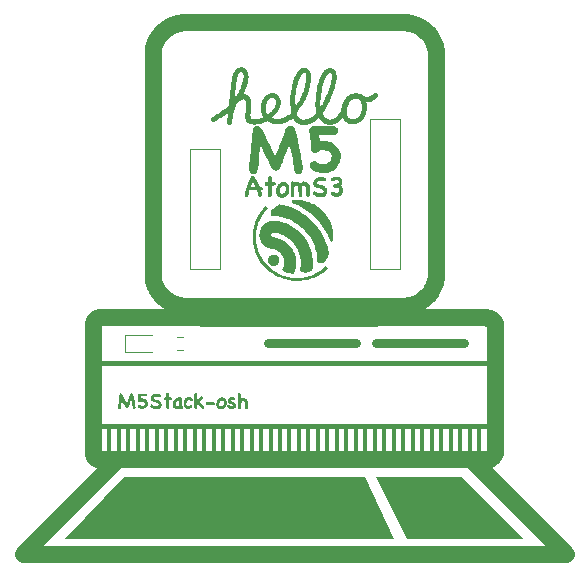
<source format=gbr>
%TF.GenerationSoftware,KiCad,Pcbnew,8.0.8*%
%TF.CreationDate,2025-02-13T09:34:36+00:00*%
%TF.ProjectId,hackaday-sao-m5stack-atoms3,6861636b-6164-4617-992d-73616f2d6d35,rev?*%
%TF.SameCoordinates,Original*%
%TF.FileFunction,Legend,Top*%
%TF.FilePolarity,Positive*%
%FSLAX46Y46*%
G04 Gerber Fmt 4.6, Leading zero omitted, Abs format (unit mm)*
G04 Created by KiCad (PCBNEW 8.0.8) date 2025-02-13 09:34:36*
%MOMM*%
%LPD*%
G01*
G04 APERTURE LIST*
%ADD10C,0.000000*%
%ADD11C,0.260000*%
%ADD12C,0.419553*%
%ADD13C,0.349999*%
%ADD14C,1.450000*%
%ADD15C,0.400000*%
%ADD16C,2.450000*%
%ADD17C,0.750000*%
%ADD18C,0.100000*%
%ADD19C,0.120000*%
G04 APERTURE END LIST*
D10*
G36*
X210237037Y-76789063D02*
G01*
X210272786Y-76790280D01*
X210308506Y-76792309D01*
X210344184Y-76795149D01*
X210379806Y-76798801D01*
X210415358Y-76803264D01*
X210450827Y-76808538D01*
X210486197Y-76814624D01*
X210648561Y-76843355D01*
X210808099Y-76879134D01*
X210964657Y-76921785D01*
X211118085Y-76971131D01*
X211268230Y-77026994D01*
X211414938Y-77089198D01*
X211558059Y-77157565D01*
X211697440Y-77231917D01*
X211832929Y-77312078D01*
X211964373Y-77397870D01*
X212091620Y-77489117D01*
X212214517Y-77585640D01*
X212332914Y-77687263D01*
X212446656Y-77793808D01*
X212555593Y-77905098D01*
X212659571Y-78020957D01*
X212758439Y-78141206D01*
X212852044Y-78265668D01*
X212940234Y-78394167D01*
X213022857Y-78526525D01*
X213099760Y-78662565D01*
X213170791Y-78802109D01*
X213235798Y-78944981D01*
X213294629Y-79091003D01*
X213347131Y-79239997D01*
X213393152Y-79391788D01*
X213432540Y-79546196D01*
X213465143Y-79703046D01*
X213490807Y-79862160D01*
X213509382Y-80023361D01*
X213520714Y-80186471D01*
X213524652Y-80351314D01*
X213524011Y-80435291D01*
X213521335Y-80519192D01*
X213516630Y-80602979D01*
X213509898Y-80686616D01*
X213501144Y-80770064D01*
X213490369Y-80853289D01*
X213477578Y-80936252D01*
X213462775Y-81018917D01*
X213403472Y-81046540D01*
X213343627Y-81072915D01*
X213283260Y-81098035D01*
X213222391Y-81121892D01*
X213161038Y-81144479D01*
X213099223Y-81165789D01*
X213036965Y-81185813D01*
X212974284Y-81204545D01*
X212407634Y-81044970D01*
X212423038Y-80991038D01*
X212437074Y-80936761D01*
X212449739Y-80882166D01*
X212461027Y-80827279D01*
X212470932Y-80772126D01*
X212479450Y-80716732D01*
X212486576Y-80661125D01*
X212492305Y-80605329D01*
X212501911Y-80474554D01*
X212504879Y-80344839D01*
X212501351Y-80216360D01*
X212491470Y-80089289D01*
X212475378Y-79963803D01*
X212453217Y-79840074D01*
X212425129Y-79718277D01*
X212391257Y-79598587D01*
X212351742Y-79481178D01*
X212306727Y-79366224D01*
X212256354Y-79253899D01*
X212200765Y-79144378D01*
X212140103Y-79037835D01*
X212074510Y-78934444D01*
X212004127Y-78834380D01*
X211929097Y-78737816D01*
X211849563Y-78644928D01*
X211765666Y-78555890D01*
X211677549Y-78470875D01*
X211585353Y-78390058D01*
X211489222Y-78313614D01*
X211389297Y-78241716D01*
X211285720Y-78174539D01*
X211178634Y-78112258D01*
X211068181Y-78055046D01*
X210954503Y-78003078D01*
X210837742Y-77956529D01*
X210718041Y-77915572D01*
X210595542Y-77880381D01*
X210470386Y-77851132D01*
X210342717Y-77827998D01*
X210212675Y-77811154D01*
X210203016Y-77810381D01*
X210193374Y-77810096D01*
X210183766Y-77810294D01*
X210174209Y-77810970D01*
X210164720Y-77812118D01*
X210155316Y-77813733D01*
X210146016Y-77815811D01*
X210136834Y-77818345D01*
X210127790Y-77821331D01*
X210118900Y-77824763D01*
X210110180Y-77828637D01*
X210101649Y-77832947D01*
X210093323Y-77837687D01*
X210085220Y-77842854D01*
X210077356Y-77848441D01*
X210069749Y-77854443D01*
X210062454Y-77860821D01*
X210055521Y-77867528D01*
X210048957Y-77874547D01*
X210042770Y-77881862D01*
X210036970Y-77889459D01*
X210031563Y-77897320D01*
X210026559Y-77905431D01*
X210021966Y-77913774D01*
X210017792Y-77922335D01*
X210014045Y-77931097D01*
X210010733Y-77940045D01*
X210007865Y-77949163D01*
X210005449Y-77958434D01*
X210003493Y-77967843D01*
X210002005Y-77977374D01*
X210000994Y-77987011D01*
X210000668Y-77996719D01*
X210000809Y-78006339D01*
X210001407Y-78015859D01*
X210002452Y-78025267D01*
X210003935Y-78034551D01*
X210005845Y-78043701D01*
X210008173Y-78052703D01*
X210010909Y-78061547D01*
X210014043Y-78070219D01*
X210017566Y-78078709D01*
X210021468Y-78087005D01*
X210025739Y-78095095D01*
X210030369Y-78102967D01*
X210035349Y-78110609D01*
X210040668Y-78118010D01*
X210046317Y-78125157D01*
X210052286Y-78132039D01*
X210058566Y-78138645D01*
X210065146Y-78144961D01*
X210072017Y-78150977D01*
X210079169Y-78156681D01*
X210086593Y-78162061D01*
X210094278Y-78167105D01*
X210102214Y-78171801D01*
X210110393Y-78176137D01*
X210118804Y-78180102D01*
X210127437Y-78183684D01*
X210136283Y-78186871D01*
X210145331Y-78189652D01*
X210154573Y-78192014D01*
X210163998Y-78193945D01*
X210173597Y-78195434D01*
X210248011Y-78204553D01*
X210321894Y-78216268D01*
X210395182Y-78230554D01*
X210467810Y-78247384D01*
X210539714Y-78266732D01*
X210610831Y-78288573D01*
X210681095Y-78312880D01*
X210750444Y-78339627D01*
X210818812Y-78368789D01*
X210886136Y-78400339D01*
X210952352Y-78434251D01*
X211017395Y-78470499D01*
X211081202Y-78509058D01*
X211143708Y-78549900D01*
X211204849Y-78593001D01*
X211264561Y-78638334D01*
X211373219Y-78726177D01*
X211475252Y-78820115D01*
X211570495Y-78919768D01*
X211658779Y-79024758D01*
X211739938Y-79134705D01*
X211813803Y-79249232D01*
X211880208Y-79367958D01*
X211938986Y-79490506D01*
X211989969Y-79616496D01*
X212032989Y-79745550D01*
X212067880Y-79877288D01*
X212094475Y-80011332D01*
X212112605Y-80147304D01*
X212122104Y-80284824D01*
X212122804Y-80423513D01*
X212114538Y-80562993D01*
X212111282Y-80546709D01*
X212105988Y-80595509D01*
X212099584Y-80644131D01*
X212092075Y-80692555D01*
X212083467Y-80740763D01*
X212073765Y-80788738D01*
X212062974Y-80836460D01*
X212051100Y-80883911D01*
X212038147Y-80931072D01*
X212024122Y-80977926D01*
X212009029Y-81024453D01*
X211992873Y-81070635D01*
X211975661Y-81116455D01*
X211957396Y-81161892D01*
X211938085Y-81206930D01*
X211917733Y-81251549D01*
X211896346Y-81295730D01*
X211822101Y-81290122D01*
X211748061Y-81282615D01*
X211674263Y-81273215D01*
X211600742Y-81261928D01*
X211527534Y-81248760D01*
X211454677Y-81233717D01*
X211382205Y-81216806D01*
X211310155Y-81198032D01*
X210919393Y-80947223D01*
X210941052Y-80912516D01*
X210961395Y-80877130D01*
X210980410Y-80841103D01*
X210998088Y-80804475D01*
X211014415Y-80767281D01*
X211029382Y-80729562D01*
X211042977Y-80691354D01*
X211055188Y-80652695D01*
X211066005Y-80613624D01*
X211075416Y-80574179D01*
X211083410Y-80534397D01*
X211089976Y-80494317D01*
X211095102Y-80453976D01*
X211098778Y-80413413D01*
X211100992Y-80372666D01*
X211101732Y-80331772D01*
X211100562Y-80279786D01*
X211097085Y-80228330D01*
X211091348Y-80177461D01*
X211083396Y-80127232D01*
X211073277Y-80077700D01*
X211061037Y-80028919D01*
X211046722Y-79980945D01*
X211030380Y-79933832D01*
X211012056Y-79887636D01*
X210991798Y-79842412D01*
X210969651Y-79798214D01*
X210945663Y-79755100D01*
X210919879Y-79713122D01*
X210892347Y-79672337D01*
X210863112Y-79632799D01*
X210832223Y-79594565D01*
X210799724Y-79557688D01*
X210765662Y-79522224D01*
X210730085Y-79488229D01*
X210693038Y-79455757D01*
X210654568Y-79424863D01*
X210614722Y-79395603D01*
X210573546Y-79368032D01*
X210531087Y-79342204D01*
X210487391Y-79318176D01*
X210442505Y-79296002D01*
X210396475Y-79275737D01*
X210349348Y-79257437D01*
X210301170Y-79241157D01*
X210251989Y-79226951D01*
X210201850Y-79214875D01*
X210150799Y-79204984D01*
X210150796Y-79204984D01*
X210112215Y-79199915D01*
X210073715Y-79194315D01*
X210035298Y-79188185D01*
X209996973Y-79181527D01*
X209958742Y-79174340D01*
X209920613Y-79166626D01*
X209882590Y-79158387D01*
X209844678Y-79149622D01*
X209773077Y-79123755D01*
X209703709Y-79093693D01*
X209636721Y-79059590D01*
X209572258Y-79021600D01*
X209510469Y-78979876D01*
X209451500Y-78934571D01*
X209395498Y-78885839D01*
X209342610Y-78833833D01*
X209292982Y-78778707D01*
X209246762Y-78720614D01*
X209204097Y-78659708D01*
X209165133Y-78596142D01*
X209130017Y-78530070D01*
X209098896Y-78461646D01*
X209071917Y-78391022D01*
X209049227Y-78318352D01*
X209031110Y-78244409D01*
X209017722Y-78170002D01*
X209009016Y-78095338D01*
X209004947Y-78020625D01*
X209005467Y-77946069D01*
X209010531Y-77871879D01*
X209020091Y-77798261D01*
X209034102Y-77725422D01*
X209052517Y-77653570D01*
X209075288Y-77582913D01*
X209102371Y-77513657D01*
X209133719Y-77446009D01*
X209169284Y-77380178D01*
X209209021Y-77316370D01*
X209252883Y-77254793D01*
X209300823Y-77195654D01*
X209331933Y-77161520D01*
X209364211Y-77128646D01*
X209397617Y-77097057D01*
X209432112Y-77066778D01*
X209467654Y-77037834D01*
X209504204Y-77010249D01*
X209541722Y-76984048D01*
X209580168Y-76959257D01*
X209619502Y-76935899D01*
X209659683Y-76914001D01*
X209700671Y-76893585D01*
X209742427Y-76874678D01*
X209784911Y-76857304D01*
X209828081Y-76841488D01*
X209871899Y-76827255D01*
X209916324Y-76814630D01*
X209951700Y-76808543D01*
X209987174Y-76803267D01*
X210022731Y-76798803D01*
X210058357Y-76795151D01*
X210094038Y-76792310D01*
X210129760Y-76790281D01*
X210165510Y-76789064D01*
X210201274Y-76788658D01*
X210237037Y-76789063D01*
G37*
G36*
X209733953Y-75749718D02*
G01*
X209615153Y-75873492D01*
X209503151Y-76002453D01*
X209398069Y-76136315D01*
X209300024Y-76274792D01*
X209209137Y-76417596D01*
X209125527Y-76564442D01*
X209049314Y-76715043D01*
X208980616Y-76869113D01*
X208919553Y-77026365D01*
X208866244Y-77186513D01*
X208820810Y-77349271D01*
X208783368Y-77514352D01*
X208754039Y-77681469D01*
X208732942Y-77850337D01*
X208720196Y-78020669D01*
X208715921Y-78192178D01*
X208720196Y-78363687D01*
X208732942Y-78534019D01*
X208754039Y-78702887D01*
X208783368Y-78870004D01*
X208820810Y-79035085D01*
X208866244Y-79197842D01*
X208919553Y-79357990D01*
X208980616Y-79515242D01*
X209049314Y-79669312D01*
X209125527Y-79819913D01*
X209209137Y-79966759D01*
X209300024Y-80109563D01*
X209398069Y-80248040D01*
X209503151Y-80381902D01*
X209615153Y-80510863D01*
X209733953Y-80634637D01*
X209857728Y-80753438D01*
X209986689Y-80865439D01*
X210120551Y-80970522D01*
X210259028Y-81068567D01*
X210401832Y-81159454D01*
X210548678Y-81243064D01*
X210699279Y-81319278D01*
X210853349Y-81387976D01*
X211010602Y-81449039D01*
X211170750Y-81502347D01*
X211333507Y-81547782D01*
X211498588Y-81585224D01*
X211665706Y-81614553D01*
X211834573Y-81635650D01*
X212004905Y-81648395D01*
X212176415Y-81652671D01*
X212347924Y-81648395D01*
X212518256Y-81635650D01*
X212687123Y-81614553D01*
X212854241Y-81585224D01*
X213019322Y-81547782D01*
X213182079Y-81502347D01*
X213342227Y-81449039D01*
X213499480Y-81387976D01*
X213653549Y-81319278D01*
X213804151Y-81243064D01*
X213950997Y-81159454D01*
X214093801Y-81068567D01*
X214232277Y-80970522D01*
X214366140Y-80865439D01*
X214495101Y-80753438D01*
X214618875Y-80634637D01*
X214817529Y-80833291D01*
X214681869Y-80960299D01*
X214540647Y-81079810D01*
X214394178Y-81191697D01*
X214242780Y-81295834D01*
X214086770Y-81392095D01*
X213926464Y-81480352D01*
X213762180Y-81560481D01*
X213594234Y-81632353D01*
X213422943Y-81695843D01*
X213248625Y-81750824D01*
X213071596Y-81797170D01*
X212892172Y-81834755D01*
X212710672Y-81863451D01*
X212527411Y-81883133D01*
X212342707Y-81893673D01*
X212156876Y-81894947D01*
X212156875Y-81894947D01*
X211965741Y-81890129D01*
X211777101Y-81875828D01*
X211591187Y-81852275D01*
X211408232Y-81819701D01*
X211228468Y-81778338D01*
X211052129Y-81728418D01*
X210879446Y-81670172D01*
X210710653Y-81603832D01*
X210545981Y-81529629D01*
X210385665Y-81447796D01*
X210229936Y-81358563D01*
X210079026Y-81262163D01*
X209933170Y-81158826D01*
X209792598Y-81048786D01*
X209657545Y-80932272D01*
X209528242Y-80809518D01*
X209404922Y-80680754D01*
X209287819Y-80546212D01*
X209177163Y-80406124D01*
X209073189Y-80260722D01*
X208976129Y-80110236D01*
X208886215Y-79954899D01*
X208803680Y-79794943D01*
X208728756Y-79630598D01*
X208661677Y-79462097D01*
X208602676Y-79289671D01*
X208551983Y-79113552D01*
X208509833Y-78933971D01*
X208476458Y-78751160D01*
X208452091Y-78565351D01*
X208436963Y-78376775D01*
X208431309Y-78185665D01*
X208435365Y-78000796D01*
X208448571Y-77817174D01*
X208470799Y-77635110D01*
X208501920Y-77454912D01*
X208541806Y-77276892D01*
X208590329Y-77101359D01*
X208647359Y-76928623D01*
X208712769Y-76758995D01*
X208786430Y-76592784D01*
X208868214Y-76430300D01*
X208957992Y-76271854D01*
X209055636Y-76117755D01*
X209161018Y-75968314D01*
X209274008Y-75823840D01*
X209394480Y-75684644D01*
X209522303Y-75551035D01*
X209733953Y-75749718D01*
G37*
G36*
X212282875Y-75059323D02*
G01*
X212442600Y-75070676D01*
X212600027Y-75089919D01*
X212754959Y-75116855D01*
X212907194Y-75151283D01*
X213056535Y-75193008D01*
X213202780Y-75241829D01*
X213345733Y-75297550D01*
X213485192Y-75359971D01*
X213620958Y-75428894D01*
X213752833Y-75504121D01*
X213880617Y-75585454D01*
X214004110Y-75672694D01*
X214123114Y-75765644D01*
X214237428Y-75864104D01*
X214346854Y-75967876D01*
X214451193Y-76076763D01*
X214550244Y-76190565D01*
X214643809Y-76309086D01*
X214731688Y-76432125D01*
X214813682Y-76559485D01*
X214889592Y-76690968D01*
X214959218Y-76826376D01*
X215022361Y-76965510D01*
X215078822Y-77108171D01*
X215128401Y-77254162D01*
X215170899Y-77403284D01*
X215206117Y-77555339D01*
X215233855Y-77710128D01*
X215253914Y-77867454D01*
X215266094Y-78027118D01*
X215270197Y-78188922D01*
X215267906Y-78258022D01*
X215266153Y-78295143D01*
X215263741Y-78327274D01*
X215260652Y-78356014D01*
X215256866Y-78382963D01*
X215252364Y-78409719D01*
X215247127Y-78437880D01*
X215234373Y-78504813D01*
X215025951Y-78579715D01*
X214916388Y-78294173D01*
X214791573Y-78016872D01*
X214652008Y-77748314D01*
X214498196Y-77489001D01*
X214330637Y-77239433D01*
X214149834Y-77000112D01*
X213956288Y-76771539D01*
X213750501Y-76554216D01*
X213532975Y-76348644D01*
X213304211Y-76155323D01*
X213064712Y-75974756D01*
X212814980Y-75807444D01*
X212555515Y-75653887D01*
X212286820Y-75514588D01*
X212009396Y-75390047D01*
X211723746Y-75280765D01*
X211795390Y-75072342D01*
X211835697Y-75066967D01*
X211876043Y-75062928D01*
X211916464Y-75060034D01*
X211957000Y-75058094D01*
X211997689Y-75056918D01*
X212038568Y-75056313D01*
X212121052Y-75056059D01*
X212282875Y-75059323D01*
G37*
G36*
X210863132Y-75451225D02*
G01*
X211064505Y-75492987D01*
X211262777Y-75542657D01*
X211457779Y-75600064D01*
X211649337Y-75665034D01*
X211837281Y-75737398D01*
X212021437Y-75816982D01*
X212201636Y-75903616D01*
X212377705Y-75997127D01*
X212549471Y-76097344D01*
X212716765Y-76204096D01*
X212879413Y-76317209D01*
X213190087Y-76561837D01*
X213480119Y-76829854D01*
X213748136Y-77119886D01*
X213992764Y-77430560D01*
X214105878Y-77593208D01*
X214212629Y-77760501D01*
X214312846Y-77932268D01*
X214406357Y-78108336D01*
X214492991Y-78288535D01*
X214572576Y-78472691D01*
X214644939Y-78660635D01*
X214709909Y-78852193D01*
X214767316Y-79047194D01*
X214816985Y-79245467D01*
X214858747Y-79446839D01*
X214892430Y-79651140D01*
X214892430Y-79651141D01*
X214839372Y-79745161D01*
X214783347Y-79837346D01*
X214724405Y-79927626D01*
X214662594Y-80015932D01*
X214597963Y-80102197D01*
X214530564Y-80186351D01*
X214460444Y-80268327D01*
X214387654Y-80348056D01*
X213921959Y-80348057D01*
X213916481Y-80144298D01*
X213900884Y-79943221D01*
X213875416Y-79745074D01*
X213840326Y-79550106D01*
X213795862Y-79358564D01*
X213742272Y-79170696D01*
X213679804Y-78986749D01*
X213608706Y-78806973D01*
X213529227Y-78631615D01*
X213441614Y-78460923D01*
X213346116Y-78295144D01*
X213242981Y-78134527D01*
X213132458Y-77979320D01*
X213014793Y-77829771D01*
X212890236Y-77686127D01*
X212759034Y-77548637D01*
X212621436Y-77417549D01*
X212477690Y-77293110D01*
X212328044Y-77175568D01*
X212172747Y-77065172D01*
X212012045Y-76962169D01*
X211846188Y-76866808D01*
X211675424Y-76779335D01*
X211500000Y-76700000D01*
X211320166Y-76629051D01*
X211136168Y-76566734D01*
X210948256Y-76513298D01*
X210756677Y-76468991D01*
X210561680Y-76434062D01*
X210363513Y-76408757D01*
X210162423Y-76393325D01*
X209958660Y-76388014D01*
X209958660Y-75922318D01*
X210038358Y-75848935D01*
X210120444Y-75778381D01*
X210204843Y-75710710D01*
X210291478Y-75645978D01*
X210380270Y-75584239D01*
X210471145Y-75525551D01*
X210564024Y-75469967D01*
X210658832Y-75417543D01*
X210863132Y-75451225D01*
G37*
G36*
X210230063Y-79671272D02*
G01*
X210253801Y-79673038D01*
X210277337Y-79675961D01*
X210300632Y-79680026D01*
X210323646Y-79685215D01*
X210346339Y-79691513D01*
X210368673Y-79698903D01*
X210390608Y-79707368D01*
X210412104Y-79716893D01*
X210433122Y-79727460D01*
X210453622Y-79739054D01*
X210473565Y-79751658D01*
X210492911Y-79765256D01*
X210511621Y-79779831D01*
X210529654Y-79795367D01*
X210546973Y-79811848D01*
X210563454Y-79829167D01*
X210578990Y-79847201D01*
X210593565Y-79865910D01*
X210607163Y-79885256D01*
X210619767Y-79905199D01*
X210631361Y-79925699D01*
X210641928Y-79946717D01*
X210651453Y-79968213D01*
X210659918Y-79990148D01*
X210667308Y-80012482D01*
X210673606Y-80035176D01*
X210678795Y-80058190D01*
X210682860Y-80081484D01*
X210685783Y-80105020D01*
X210687549Y-80128758D01*
X210688142Y-80152658D01*
X210688142Y-80152659D01*
X210686779Y-80188966D01*
X210682744Y-80224702D01*
X210676118Y-80259749D01*
X210666979Y-80293986D01*
X210655410Y-80327292D01*
X210641489Y-80359549D01*
X210625297Y-80390635D01*
X210606914Y-80420431D01*
X210586421Y-80448817D01*
X210563897Y-80475673D01*
X210539423Y-80500879D01*
X210513080Y-80524314D01*
X210484946Y-80545858D01*
X210455103Y-80565392D01*
X210423631Y-80582796D01*
X210390609Y-80597949D01*
X210356544Y-80610584D01*
X210321984Y-80620532D01*
X210287069Y-80627822D01*
X210251941Y-80632481D01*
X210216742Y-80634538D01*
X210181613Y-80634021D01*
X210146696Y-80630957D01*
X210112133Y-80625376D01*
X210078066Y-80617306D01*
X210044635Y-80606774D01*
X210011982Y-80593809D01*
X209980250Y-80578438D01*
X209949579Y-80560691D01*
X209920112Y-80540595D01*
X209891989Y-80518178D01*
X209865353Y-80493469D01*
X209840644Y-80466833D01*
X209818227Y-80438710D01*
X209798131Y-80409242D01*
X209780384Y-80378572D01*
X209765013Y-80346839D01*
X209752048Y-80314187D01*
X209741516Y-80280756D01*
X209733446Y-80246688D01*
X209727865Y-80212125D01*
X209724802Y-80177208D01*
X209724284Y-80142080D01*
X209726341Y-80106881D01*
X209731000Y-80071753D01*
X209738290Y-80036838D01*
X209748238Y-80002277D01*
X209760873Y-79968213D01*
X209768161Y-79951514D01*
X209776026Y-79935192D01*
X209784454Y-79919257D01*
X209793430Y-79903719D01*
X209802938Y-79888589D01*
X209812964Y-79873876D01*
X209823492Y-79859591D01*
X209834508Y-79845743D01*
X209845997Y-79832342D01*
X209857943Y-79819399D01*
X209870332Y-79806923D01*
X209883148Y-79794925D01*
X209896377Y-79783414D01*
X209910004Y-79772401D01*
X209924013Y-79761896D01*
X209938390Y-79751908D01*
X209953119Y-79742447D01*
X209968186Y-79733525D01*
X209983575Y-79725150D01*
X209999272Y-79717333D01*
X210015262Y-79710083D01*
X210031529Y-79703412D01*
X210048058Y-79697328D01*
X210064836Y-79691842D01*
X210081845Y-79686964D01*
X210099072Y-79682704D01*
X210116502Y-79679071D01*
X210134119Y-79676077D01*
X210151909Y-79673730D01*
X210169856Y-79672042D01*
X210187946Y-79671022D01*
X210206163Y-79670679D01*
X210230063Y-79671272D01*
G37*
D11*
G36*
X208498991Y-73031953D02*
G01*
X208525858Y-73052225D01*
X208590607Y-73120799D01*
X208650947Y-73192613D01*
X208706879Y-73267667D01*
X208758403Y-73345962D01*
X208805518Y-73427498D01*
X208820244Y-73455397D01*
X208862853Y-73539954D01*
X208903799Y-73625154D01*
X208943080Y-73710996D01*
X208980698Y-73797480D01*
X209016651Y-73884607D01*
X209028265Y-73913792D01*
X209112778Y-73912798D01*
X209135806Y-73913792D01*
X209214368Y-73945525D01*
X209230474Y-73960711D01*
X209273123Y-74033965D01*
X209274071Y-74039186D01*
X209266182Y-74120568D01*
X209218848Y-74188248D01*
X209144572Y-74225909D01*
X209138712Y-74227278D01*
X209160329Y-74308727D01*
X209179403Y-74391767D01*
X209184385Y-74415784D01*
X209200553Y-74499947D01*
X209214177Y-74584588D01*
X209217602Y-74608858D01*
X209217602Y-74627128D01*
X209190831Y-74707311D01*
X209178157Y-74725948D01*
X209113118Y-74779240D01*
X209105495Y-74782417D01*
X209021591Y-74786879D01*
X209018715Y-74786154D01*
X208946076Y-74739340D01*
X208933597Y-74724703D01*
X208897020Y-74647027D01*
X208894982Y-74631280D01*
X208884524Y-74548711D01*
X208880865Y-74529968D01*
X208864078Y-74448033D01*
X208843612Y-74364784D01*
X208819468Y-74280222D01*
X208804466Y-74232675D01*
X208712908Y-74232675D01*
X208621809Y-74232675D01*
X208531171Y-74232675D01*
X208481015Y-74232675D01*
X208390829Y-74232675D01*
X208300577Y-74232675D01*
X208210260Y-74232675D01*
X208160055Y-74232675D01*
X208134293Y-74314909D01*
X208119364Y-74372187D01*
X208099588Y-74455476D01*
X208086563Y-74511283D01*
X208068267Y-74592483D01*
X208062896Y-74620484D01*
X208030457Y-74700100D01*
X208015561Y-74719305D01*
X207947667Y-74770915D01*
X207919232Y-74778265D01*
X207835191Y-74765412D01*
X207827470Y-74761241D01*
X207768341Y-74700750D01*
X207761866Y-74688994D01*
X207742948Y-74607950D01*
X207744842Y-74577302D01*
X207757678Y-74491213D01*
X207776399Y-74416615D01*
X207800725Y-74332794D01*
X207820826Y-74258834D01*
X207843617Y-74174849D01*
X207867611Y-74091368D01*
X207892810Y-74008391D01*
X207919212Y-73925917D01*
X207923296Y-73913792D01*
X208262613Y-73913792D01*
X208351151Y-73913792D01*
X208437446Y-73913792D01*
X208479769Y-73913792D01*
X208564216Y-73913792D01*
X208647471Y-73913792D01*
X208680732Y-73913792D01*
X208645692Y-73832583D01*
X208609082Y-73751669D01*
X208574438Y-73678366D01*
X208533898Y-73599241D01*
X208489924Y-73522862D01*
X208446967Y-73455812D01*
X208411499Y-73535308D01*
X208377601Y-73614509D01*
X208348147Y-73686255D01*
X208317246Y-73764658D01*
X208287915Y-73842865D01*
X208262613Y-73913792D01*
X207923296Y-73913792D01*
X207946820Y-73843947D01*
X207975631Y-73762481D01*
X208005647Y-73681518D01*
X208036867Y-73601059D01*
X208069291Y-73521103D01*
X208102920Y-73441651D01*
X208126008Y-73388963D01*
X208158810Y-73318792D01*
X208191612Y-73250697D01*
X208227423Y-73174837D01*
X208228565Y-73172222D01*
X208270197Y-73097594D01*
X208271748Y-73095407D01*
X208331123Y-73035201D01*
X208412287Y-73010313D01*
X208415411Y-73010289D01*
X208498991Y-73031953D01*
G37*
G36*
X209588387Y-73834071D02*
G01*
X209512292Y-73800419D01*
X209497456Y-73789228D01*
X209447046Y-73720937D01*
X209445139Y-73715735D01*
X209444259Y-73631341D01*
X209445139Y-73628541D01*
X209494788Y-73558484D01*
X209509497Y-73546744D01*
X209587950Y-73515958D01*
X209604166Y-73515188D01*
X209687936Y-73515188D01*
X209706723Y-73515188D01*
X209703817Y-73434636D01*
X209702156Y-73348429D01*
X209702571Y-73299277D01*
X209706739Y-73214346D01*
X209712121Y-73158935D01*
X209733438Y-73076492D01*
X209740771Y-73065097D01*
X209803829Y-73008924D01*
X209871147Y-72995756D01*
X209953543Y-73023907D01*
X209998618Y-73070495D01*
X210018548Y-73102051D01*
X210027683Y-73136098D01*
X210029197Y-73224850D01*
X210029069Y-73313602D01*
X210028928Y-73325435D01*
X210028034Y-73414278D01*
X210027694Y-73497363D01*
X210027683Y-73515188D01*
X210235289Y-73515188D01*
X210314530Y-73544802D01*
X210316671Y-73546744D01*
X210364349Y-73617211D01*
X210365251Y-73619821D01*
X210373534Y-73703411D01*
X210373140Y-73706185D01*
X210332449Y-73779263D01*
X210258280Y-73820135D01*
X210191692Y-73831580D01*
X210105493Y-73833524D01*
X210027683Y-73834071D01*
X210027520Y-73924599D01*
X210027034Y-74015045D01*
X210026223Y-74105411D01*
X210026022Y-74123474D01*
X210025649Y-74213824D01*
X210026087Y-74304254D01*
X210027336Y-74394766D01*
X210027683Y-74412878D01*
X210030365Y-74496786D01*
X210033911Y-74541594D01*
X210033153Y-74625553D01*
X210025191Y-74667818D01*
X209982303Y-74740824D01*
X209980348Y-74742557D01*
X209909347Y-74777019D01*
X209827550Y-74771622D01*
X209753298Y-74732306D01*
X209748660Y-74728439D01*
X209720840Y-74665327D01*
X209709740Y-74579957D01*
X209709214Y-74570659D01*
X209708144Y-74487198D01*
X209709214Y-74446925D01*
X209709214Y-74359700D01*
X209709214Y-74310320D01*
X209708903Y-74224475D01*
X209708045Y-74141167D01*
X209707969Y-74135516D01*
X209707075Y-74052365D01*
X209706724Y-73968298D01*
X209706723Y-73963202D01*
X209706723Y-73878218D01*
X209706723Y-73834071D01*
X209588387Y-73834071D01*
G37*
G36*
X211117344Y-73522071D02*
G01*
X211201853Y-73542721D01*
X211255467Y-73564598D01*
X211330069Y-73608857D01*
X211395679Y-73666896D01*
X211434424Y-73713244D01*
X211479062Y-73785412D01*
X211511926Y-73866607D01*
X211531584Y-73948255D01*
X211541860Y-74035553D01*
X211546116Y-74118077D01*
X211541932Y-74205096D01*
X211529092Y-74284992D01*
X211504681Y-74369912D01*
X211471334Y-74446856D01*
X211427364Y-74523557D01*
X211422383Y-74531213D01*
X211369216Y-74603657D01*
X211309886Y-74668396D01*
X211244393Y-74725431D01*
X211230554Y-74735913D01*
X211158679Y-74782260D01*
X211082667Y-74817496D01*
X211002520Y-74841622D01*
X210985994Y-74845114D01*
X210902830Y-74852259D01*
X210819422Y-74840995D01*
X210735771Y-74811321D01*
X210719012Y-74803178D01*
X210644820Y-74761096D01*
X210609811Y-74735913D01*
X210547331Y-74676716D01*
X210521786Y-74645397D01*
X210475761Y-74574611D01*
X210452030Y-74524155D01*
X210424457Y-74443318D01*
X210411339Y-74392947D01*
X210398143Y-74309538D01*
X210398053Y-74244301D01*
X210400489Y-74220634D01*
X210721503Y-74220634D01*
X210721919Y-74303261D01*
X210742054Y-74385042D01*
X210754720Y-74414123D01*
X210805620Y-74481385D01*
X210820324Y-74493014D01*
X210900752Y-74522169D01*
X210913747Y-74522909D01*
X210997049Y-74504925D01*
X211026685Y-74490107D01*
X211093656Y-74437484D01*
X211147767Y-74369272D01*
X211158307Y-74352257D01*
X211196186Y-74275049D01*
X211220086Y-74195236D01*
X211226402Y-74157522D01*
X211228968Y-74070940D01*
X211213414Y-73988491D01*
X211205642Y-73965693D01*
X211159216Y-73891758D01*
X211089710Y-73843165D01*
X211071528Y-73835317D01*
X210986229Y-73847092D01*
X210950701Y-73860229D01*
X210878610Y-73904407D01*
X210854371Y-73926248D01*
X210801241Y-73992249D01*
X210783370Y-74022162D01*
X210747563Y-74100449D01*
X210734790Y-74137592D01*
X210721503Y-74220634D01*
X210400489Y-74220634D01*
X210406621Y-74161067D01*
X210416737Y-74098146D01*
X210419228Y-74082368D01*
X210443065Y-74002338D01*
X210470715Y-73932892D01*
X210509668Y-73856357D01*
X210550851Y-73792134D01*
X210604425Y-73724064D01*
X210657145Y-73669647D01*
X210722810Y-73616948D01*
X210785031Y-73580376D01*
X210868247Y-73544297D01*
X210951757Y-73522838D01*
X211027930Y-73516018D01*
X211117344Y-73522071D01*
G37*
G36*
X212298897Y-73959050D02*
G01*
X212298897Y-73922096D01*
X212249860Y-73853400D01*
X212222498Y-73836562D01*
X212143002Y-73810832D01*
X212109560Y-73806252D01*
X212054337Y-73830334D01*
X212017798Y-73858984D01*
X211988733Y-73894692D01*
X211957177Y-73935383D01*
X211957177Y-74624221D01*
X211939904Y-74708420D01*
X211908182Y-74751691D01*
X211836282Y-74796419D01*
X211800226Y-74804423D01*
X211716691Y-74790566D01*
X211691025Y-74775358D01*
X211644888Y-74703673D01*
X211638709Y-74655777D01*
X211636827Y-74564507D01*
X211635541Y-74467991D01*
X211634913Y-74381088D01*
X211634723Y-74290332D01*
X211634972Y-74195721D01*
X211635395Y-74096912D01*
X211635681Y-74011337D01*
X211635906Y-73922823D01*
X211636070Y-73831368D01*
X211636173Y-73736974D01*
X211636216Y-73639641D01*
X211636217Y-73619821D01*
X211659569Y-73539638D01*
X211669019Y-73527644D01*
X211739385Y-73480443D01*
X211747909Y-73477818D01*
X211833491Y-73476584D01*
X211842578Y-73479064D01*
X211912437Y-73524761D01*
X211922714Y-73538024D01*
X212005496Y-73504699D01*
X212088014Y-73487401D01*
X212179393Y-73486979D01*
X212215854Y-73492351D01*
X212304484Y-73517588D01*
X212379606Y-73554169D01*
X212450326Y-73603887D01*
X212480345Y-73630201D01*
X212542033Y-73574294D01*
X212593283Y-73535533D01*
X212668930Y-73495633D01*
X212724905Y-73480310D01*
X212811725Y-73475567D01*
X212888914Y-73486953D01*
X212968947Y-73512800D01*
X213042958Y-73551311D01*
X213109704Y-73601344D01*
X213167937Y-73661758D01*
X213217437Y-73734508D01*
X213248073Y-73803760D01*
X213261153Y-73887776D01*
X213261360Y-73898429D01*
X213261360Y-74613841D01*
X213253471Y-74674047D01*
X213210427Y-74746263D01*
X213178318Y-74769961D01*
X213096745Y-74791634D01*
X213073269Y-74789891D01*
X212995549Y-74754320D01*
X212980261Y-74739650D01*
X212943936Y-74664351D01*
X212940816Y-74626712D01*
X212940816Y-73919605D01*
X212895855Y-73846470D01*
X212872306Y-73827428D01*
X212792014Y-73801042D01*
X212780129Y-73801269D01*
X212700155Y-73827882D01*
X212689197Y-73835317D01*
X212632115Y-73899068D01*
X212619856Y-73922096D01*
X212619856Y-74610934D01*
X212600008Y-74693931D01*
X212573768Y-74729270D01*
X212506078Y-74778262D01*
X212472456Y-74789891D01*
X212387104Y-74787087D01*
X212368653Y-74779511D01*
X212317582Y-74713640D01*
X212312184Y-74684842D01*
X212298897Y-73959050D01*
G37*
G36*
X213540383Y-74527061D02*
G01*
X213526884Y-74442576D01*
X213528342Y-74426995D01*
X213557434Y-74348621D01*
X213562390Y-74341876D01*
X213631876Y-74292564D01*
X213634637Y-74291636D01*
X213717699Y-74294307D01*
X213734703Y-74300770D01*
X213806476Y-74348064D01*
X213820237Y-74362637D01*
X213884647Y-74415826D01*
X213905771Y-74426995D01*
X213983633Y-74459518D01*
X214045282Y-74476820D01*
X214129363Y-74492739D01*
X214144933Y-74494259D01*
X214227945Y-74497865D01*
X214247491Y-74497996D01*
X214316001Y-74477236D01*
X214379113Y-74432393D01*
X214426843Y-74362228D01*
X214430184Y-74350596D01*
X214432230Y-74266166D01*
X214430184Y-74257588D01*
X214393626Y-74182973D01*
X214385757Y-74173300D01*
X214317227Y-74125524D01*
X214305621Y-74121813D01*
X214224965Y-74096983D01*
X214138549Y-74076553D01*
X214121266Y-74073234D01*
X214036334Y-74055814D01*
X213953591Y-74035475D01*
X213942725Y-74032543D01*
X213863376Y-74006067D01*
X213788042Y-73971015D01*
X213778300Y-73965693D01*
X213708154Y-73916519D01*
X213647458Y-73855641D01*
X213635052Y-73840714D01*
X213590410Y-73770504D01*
X213587302Y-73761824D01*
X213565650Y-73681514D01*
X213564050Y-73675044D01*
X213555701Y-73585923D01*
X213567872Y-73501894D01*
X213583565Y-73462040D01*
X213625925Y-73388844D01*
X213676709Y-73321848D01*
X213692766Y-73303844D01*
X213753315Y-73245860D01*
X213825299Y-73194244D01*
X213883349Y-73163502D01*
X213964783Y-73131661D01*
X214049019Y-73109628D01*
X214106734Y-73100390D01*
X214194901Y-73094337D01*
X214283770Y-73097976D01*
X214343405Y-73105788D01*
X214431651Y-73124336D01*
X214516393Y-73150708D01*
X214570942Y-73172637D01*
X214638238Y-73225255D01*
X214651493Y-73254019D01*
X214658072Y-73338785D01*
X214652739Y-73361974D01*
X214607912Y-73435202D01*
X214592117Y-73448753D01*
X214512674Y-73474836D01*
X214487069Y-73472421D01*
X214404018Y-73453562D01*
X214368733Y-73444601D01*
X214285898Y-73425138D01*
X214258286Y-73419689D01*
X214173403Y-73416574D01*
X214167355Y-73417197D01*
X214083396Y-73432025D01*
X214075177Y-73434221D01*
X213995041Y-73460379D01*
X213939818Y-73490690D01*
X213899127Y-73538439D01*
X213876706Y-73604043D01*
X213911168Y-73677536D01*
X213986755Y-73716916D01*
X213995041Y-73719472D01*
X214077583Y-73736624D01*
X214162497Y-73753046D01*
X214173998Y-73755181D01*
X214259776Y-73774060D01*
X214344276Y-73798778D01*
X214355446Y-73802515D01*
X214436583Y-73834671D01*
X214512611Y-73874309D01*
X214522362Y-73880160D01*
X214590227Y-73931469D01*
X214648239Y-73996646D01*
X214655230Y-74006384D01*
X214704490Y-74074329D01*
X214738605Y-74150484D01*
X214742009Y-74161259D01*
X214759623Y-74242614D01*
X214762322Y-74329394D01*
X214761939Y-74334818D01*
X214748341Y-74420040D01*
X214720833Y-74502148D01*
X214680246Y-74577302D01*
X214626580Y-74642490D01*
X214563769Y-74696936D01*
X214538140Y-74714737D01*
X214465503Y-74759503D01*
X214439734Y-74774113D01*
X214358476Y-74807765D01*
X214272897Y-74825885D01*
X214213443Y-74829336D01*
X214130326Y-74825117D01*
X214047110Y-74812458D01*
X213971374Y-74793628D01*
X213889827Y-74765929D01*
X213811321Y-74731362D01*
X213742592Y-74693977D01*
X213672338Y-74648308D01*
X213604091Y-74595242D01*
X213558653Y-74553220D01*
X213540383Y-74527061D01*
G37*
G36*
X215078747Y-74582285D02*
G01*
X215046549Y-74503952D01*
X215044284Y-74488862D01*
X215055378Y-74404708D01*
X215057571Y-74399591D01*
X215114010Y-74336314D01*
X215116531Y-74334818D01*
X215197722Y-74315571D01*
X215215352Y-74316548D01*
X215296423Y-74341253D01*
X215322892Y-74360146D01*
X215387997Y-74412101D01*
X215413824Y-74431147D01*
X215489639Y-74469729D01*
X215512229Y-74475990D01*
X215595922Y-74464108D01*
X215641360Y-74440282D01*
X215672916Y-74412462D01*
X215699075Y-74382152D01*
X215722742Y-74346859D01*
X215738520Y-74308659D01*
X215759348Y-74226842D01*
X215759696Y-74224371D01*
X215759696Y-74140498D01*
X215709014Y-74073248D01*
X215660875Y-74042923D01*
X215581165Y-74019370D01*
X215537557Y-74013028D01*
X215453624Y-74003772D01*
X215410087Y-73998495D01*
X215328801Y-73970853D01*
X215302131Y-73951161D01*
X215255531Y-73880513D01*
X215253551Y-73872271D01*
X215257674Y-73789284D01*
X215258534Y-73786737D01*
X215306174Y-73716471D01*
X215308360Y-73714490D01*
X215385016Y-73676732D01*
X215394309Y-73675044D01*
X215476579Y-73660928D01*
X215479427Y-73660512D01*
X215562194Y-73641122D01*
X215567452Y-73639336D01*
X215644053Y-73602607D01*
X215646343Y-73601137D01*
X215705472Y-73540474D01*
X215706964Y-73538024D01*
X215708210Y-73481555D01*
X215694092Y-73427578D01*
X215618939Y-73394776D01*
X215533117Y-73386751D01*
X215516381Y-73386887D01*
X215433053Y-73395215D01*
X215415069Y-73398928D01*
X215339085Y-73422180D01*
X215271208Y-73470370D01*
X215209954Y-73481555D01*
X215129562Y-73457987D01*
X215099508Y-73435467D01*
X215053017Y-73364243D01*
X215044284Y-73330418D01*
X215059178Y-73246343D01*
X215081238Y-73217065D01*
X215144301Y-73161929D01*
X215163866Y-73150215D01*
X215241454Y-73116865D01*
X215265177Y-73109525D01*
X215350134Y-73089916D01*
X215437361Y-73077281D01*
X215526859Y-73071620D01*
X215545031Y-73071325D01*
X215634431Y-73077075D01*
X215719939Y-73095881D01*
X215801555Y-73127744D01*
X215817411Y-73135683D01*
X215892241Y-73184147D01*
X215950078Y-73243849D01*
X215971039Y-73275194D01*
X216007507Y-73353193D01*
X216026808Y-73435324D01*
X216029169Y-73459549D01*
X216026637Y-73544325D01*
X216007416Y-73628625D01*
X215998859Y-73652623D01*
X215959258Y-73732256D01*
X215908822Y-73798516D01*
X215885921Y-73822030D01*
X215955232Y-73878891D01*
X216009331Y-73942193D01*
X216029169Y-73973582D01*
X216064887Y-74049174D01*
X216087282Y-74132634D01*
X216089790Y-74149633D01*
X216093506Y-74235130D01*
X216082078Y-74321906D01*
X216079410Y-74333572D01*
X216053989Y-74413092D01*
X216016966Y-74488161D01*
X216004256Y-74508792D01*
X215953347Y-74577299D01*
X215892901Y-74640401D01*
X215873879Y-74657438D01*
X215802409Y-74710686D01*
X215729070Y-74750737D01*
X215699075Y-74763733D01*
X215615721Y-74788541D01*
X215533405Y-74794873D01*
X215447992Y-74785547D01*
X215374378Y-74766224D01*
X215293404Y-74732806D01*
X215224487Y-74693977D01*
X215154523Y-74645604D01*
X215089127Y-74592665D01*
X215078747Y-74582285D01*
G37*
G36*
X212677739Y-72458799D02*
G01*
X212611168Y-72647467D01*
X212579064Y-72691318D01*
X212419421Y-72813989D01*
X212393440Y-72824187D01*
X212197383Y-72832902D01*
X212176552Y-72827117D01*
X212020076Y-72708347D01*
X211990928Y-72662986D01*
X211922860Y-72472568D01*
X211919609Y-72444145D01*
X211901989Y-72244041D01*
X211898115Y-72205764D01*
X211876485Y-72006721D01*
X211870760Y-71967383D01*
X211842295Y-71770628D01*
X211836566Y-71729002D01*
X211804237Y-71520947D01*
X211769899Y-71314438D01*
X211733552Y-71109474D01*
X211712491Y-70996273D01*
X211673026Y-70792159D01*
X211630471Y-70587582D01*
X211584824Y-70382541D01*
X211558129Y-70268429D01*
X211481822Y-70461419D01*
X211407996Y-70653265D01*
X211336651Y-70843965D01*
X211322679Y-70881967D01*
X211253070Y-71071828D01*
X211183461Y-71262834D01*
X211113852Y-71454984D01*
X211099930Y-71493551D01*
X211030399Y-71680576D01*
X210961513Y-71868567D01*
X210929937Y-71955659D01*
X210857156Y-72141207D01*
X210775346Y-72321596D01*
X210734542Y-72403112D01*
X210610467Y-72524256D01*
X210424842Y-72577013D01*
X210239218Y-72548681D01*
X210110258Y-72434375D01*
X210010481Y-72241908D01*
X209911185Y-72049921D01*
X209812369Y-71858416D01*
X209714035Y-71667391D01*
X209616181Y-71476848D01*
X209583670Y-71413440D01*
X209486217Y-71223056D01*
X209388764Y-71032192D01*
X209291311Y-70840847D01*
X209193859Y-70649021D01*
X209096406Y-70456714D01*
X209063921Y-70392505D01*
X209045470Y-70590017D01*
X209027972Y-70788102D01*
X209011428Y-70986759D01*
X209008234Y-71026559D01*
X208992301Y-71225331D01*
X208975032Y-71423530D01*
X208956428Y-71621157D01*
X208952547Y-71660614D01*
X208941959Y-71859378D01*
X208939846Y-71902903D01*
X208927168Y-72099533D01*
X208918353Y-72190132D01*
X208894508Y-72384286D01*
X208881228Y-72468569D01*
X208822670Y-72656209D01*
X208810886Y-72675687D01*
X208666248Y-72816484D01*
X208615491Y-72836887D01*
X208416186Y-72850849D01*
X208380041Y-72842749D01*
X208208430Y-72738671D01*
X208188555Y-72715743D01*
X208117957Y-72525332D01*
X208117236Y-72471500D01*
X208130458Y-72266243D01*
X208149484Y-72063244D01*
X208160223Y-71970314D01*
X208184657Y-71768356D01*
X208207156Y-71564141D01*
X208216887Y-71469127D01*
X208235343Y-71262738D01*
X208254073Y-71056830D01*
X208273078Y-70851403D01*
X208292358Y-70646456D01*
X208311913Y-70441991D01*
X208318492Y-70373942D01*
X208338173Y-70169397D01*
X208357647Y-69963889D01*
X208376916Y-69757420D01*
X208395978Y-69549989D01*
X208414835Y-69341596D01*
X208421074Y-69271919D01*
X208454133Y-69072144D01*
X208485554Y-68975896D01*
X208614892Y-68826156D01*
X208711235Y-68783433D01*
X208853872Y-68764870D01*
X208989672Y-68807857D01*
X209137362Y-68941733D01*
X209203628Y-69046238D01*
X209292181Y-69220896D01*
X209349197Y-69334445D01*
X209443484Y-69515912D01*
X209535837Y-69698347D01*
X209577808Y-69782875D01*
X209668300Y-69965756D01*
X209758792Y-70147670D01*
X209800558Y-70231304D01*
X209885718Y-70408648D01*
X209980056Y-70601521D01*
X210075087Y-70792086D01*
X210172174Y-70981286D01*
X210271340Y-71171410D01*
X210363293Y-71345052D01*
X210434612Y-71159427D01*
X210505931Y-70973803D01*
X210579776Y-70792315D01*
X210632937Y-70649448D01*
X210699810Y-70465728D01*
X210753105Y-70324117D01*
X210827317Y-70141446D01*
X210902679Y-69948217D01*
X210917236Y-69909881D01*
X210989650Y-69716953D01*
X211060347Y-69521020D01*
X211069644Y-69494668D01*
X211140667Y-69302753D01*
X211186880Y-69161521D01*
X211271167Y-68976908D01*
X211366643Y-68857683D01*
X211535308Y-68750441D01*
X211554221Y-68746308D01*
X211746685Y-68761939D01*
X211907885Y-68876245D01*
X212005544Y-69048780D01*
X212009490Y-69061870D01*
X212060857Y-69254669D01*
X212096441Y-69384270D01*
X212148476Y-69573967D01*
X212183391Y-69705694D01*
X212232301Y-69899363D01*
X212277913Y-70090560D01*
X212306489Y-70216650D01*
X212350768Y-70421472D01*
X212389923Y-70613401D01*
X212412002Y-70726629D01*
X212454073Y-70939548D01*
X212493335Y-71151367D01*
X212529788Y-71362088D01*
X212563433Y-71571709D01*
X212595123Y-71780903D01*
X212624738Y-71991318D01*
X212652276Y-72202955D01*
X212677739Y-72415812D01*
X212677739Y-72458799D01*
G37*
G36*
X213368457Y-72427536D02*
G01*
X213268757Y-72252273D01*
X213257083Y-72198925D01*
X213273966Y-71998997D01*
X213284438Y-71973244D01*
X213410635Y-71822898D01*
X213435868Y-71806182D01*
X213626969Y-71751609D01*
X213689881Y-71753426D01*
X213847173Y-71813021D01*
X213992742Y-71896064D01*
X214176855Y-71970329D01*
X214206699Y-71979106D01*
X214405986Y-72003042D01*
X214432379Y-72000600D01*
X214626552Y-71968726D01*
X214686392Y-71951751D01*
X214862418Y-71859755D01*
X214909141Y-71821814D01*
X215032560Y-71664888D01*
X215076203Y-71561939D01*
X215118999Y-71367434D01*
X215076203Y-71166266D01*
X214944707Y-71010389D01*
X214822191Y-70936678D01*
X214632555Y-70876261D01*
X214445080Y-70853635D01*
X214244068Y-70858764D01*
X214061130Y-70893691D01*
X214024005Y-70930816D01*
X213986880Y-70961102D01*
X213819818Y-71053914D01*
X213640055Y-71050983D01*
X213482763Y-70965010D01*
X213380181Y-70800879D01*
X213341530Y-70606523D01*
X213340125Y-70538073D01*
X213339576Y-70337306D01*
X213337194Y-70274291D01*
X213331332Y-70085736D01*
X213325471Y-69891318D01*
X213325471Y-69807299D01*
X213322540Y-69671500D01*
X213315701Y-69533747D01*
X213312770Y-69436050D01*
X213235589Y-69298297D01*
X213222889Y-69141981D01*
X213272714Y-68995436D01*
X213387020Y-68878199D01*
X213576537Y-68808445D01*
X213625401Y-68805903D01*
X213827641Y-68805903D01*
X213882344Y-68805903D01*
X214078105Y-68805903D01*
X214116817Y-68805903D01*
X214321752Y-68805903D01*
X214448011Y-68805903D01*
X214650961Y-68805903D01*
X214763572Y-68805903D01*
X214946266Y-68805903D01*
X215148719Y-68792035D01*
X215212002Y-68784410D01*
X215410862Y-68806422D01*
X215441591Y-68817627D01*
X215609202Y-68925647D01*
X215617445Y-68935840D01*
X215694626Y-69116580D01*
X215670202Y-69308066D01*
X215540510Y-69463253D01*
X215534403Y-69467313D01*
X215346189Y-69545712D01*
X215233496Y-69556217D01*
X215032072Y-69556217D01*
X214921842Y-69556217D01*
X214724864Y-69556217D01*
X214516647Y-69556217D01*
X214503698Y-69556217D01*
X214295847Y-69556217D01*
X214099656Y-69556217D01*
X214086531Y-69556217D01*
X214088180Y-69759183D01*
X214089462Y-69825861D01*
X214095507Y-70027362D01*
X214098255Y-70095505D01*
X214295685Y-70065412D01*
X214401116Y-70058381D01*
X214602053Y-70063289D01*
X214704954Y-70076943D01*
X214896796Y-70124274D01*
X215020516Y-70169755D01*
X215206140Y-70258904D01*
X215317515Y-70324117D01*
X215473592Y-70442269D01*
X215604768Y-70587899D01*
X215620376Y-70609392D01*
X215725749Y-70776875D01*
X215809226Y-70955091D01*
X215818702Y-70979665D01*
X215876214Y-71179675D01*
X215897932Y-71376460D01*
X215895882Y-71466196D01*
X215866791Y-71669437D01*
X215805161Y-71863702D01*
X215781577Y-71917557D01*
X215681399Y-72096995D01*
X215553545Y-72262596D01*
X215511933Y-72307369D01*
X215367202Y-72440254D01*
X215196553Y-72561001D01*
X215131891Y-72598506D01*
X214942675Y-72685995D01*
X214742613Y-72748425D01*
X214683461Y-72761660D01*
X214489292Y-72786826D01*
X214279106Y-72779667D01*
X214203768Y-72768499D01*
X213992986Y-72720933D01*
X213787578Y-72652484D01*
X213587543Y-72563152D01*
X213416920Y-72467856D01*
X213392882Y-72452937D01*
X213368457Y-72427536D01*
G37*
D12*
X205847296Y-67701016D02*
X205637993Y-67844050D01*
X206591761Y-67192262D02*
X206538109Y-67148415D01*
X216216977Y-67045492D02*
X216234452Y-66978896D01*
X214422216Y-67196847D02*
X213973521Y-67272174D01*
X211811665Y-67039433D02*
X211883597Y-67671802D01*
X209533245Y-67935471D02*
X209638850Y-68053896D01*
D10*
G36*
X217142883Y-66006921D02*
G01*
X217182146Y-66008841D01*
X217220466Y-66012002D01*
X217257850Y-66016374D01*
X217294304Y-66021926D01*
X217329835Y-66028628D01*
X217364449Y-66036450D01*
X217398155Y-66045359D01*
X217430957Y-66055326D01*
X217462864Y-66066319D01*
X217493882Y-66078309D01*
X217524018Y-66091264D01*
X217553279Y-66105153D01*
X217581671Y-66119946D01*
X217609201Y-66135613D01*
X217635876Y-66152121D01*
X217661703Y-66169442D01*
X217686688Y-66187543D01*
X217710839Y-66206394D01*
X217734162Y-66225965D01*
X217756664Y-66246224D01*
X217778352Y-66267142D01*
X217819312Y-66310827D01*
X217857097Y-66356776D01*
X217891761Y-66404742D01*
X217923358Y-66454479D01*
X217951942Y-66505742D01*
X217976238Y-66555298D01*
X217997972Y-66605633D01*
X218017251Y-66656540D01*
X218034180Y-66707814D01*
X218048865Y-66759248D01*
X218061410Y-66810636D01*
X218071921Y-66861773D01*
X218080505Y-66912453D01*
X218087265Y-66962469D01*
X218092307Y-67011615D01*
X218095738Y-67059686D01*
X218097662Y-67106476D01*
X218098184Y-67151777D01*
X218097410Y-67195386D01*
X218095446Y-67237095D01*
X218092981Y-67269105D01*
X218091775Y-67302928D01*
X218088985Y-67346389D01*
X218084792Y-67391914D01*
X218079118Y-67439287D01*
X218071882Y-67488291D01*
X218063005Y-67538708D01*
X218052406Y-67590322D01*
X218040008Y-67642914D01*
X218025728Y-67696269D01*
X218009489Y-67750169D01*
X217991210Y-67804397D01*
X217970812Y-67858736D01*
X217948214Y-67912968D01*
X217923338Y-67966877D01*
X217896103Y-68020245D01*
X217866429Y-68072856D01*
X217833159Y-68126099D01*
X217797007Y-68178184D01*
X217757915Y-68228832D01*
X217715822Y-68277762D01*
X217670670Y-68324697D01*
X217622399Y-68369356D01*
X217570949Y-68411461D01*
X217516261Y-68450732D01*
X217458275Y-68486890D01*
X217396932Y-68519655D01*
X217332172Y-68548749D01*
X217263937Y-68573891D01*
X217192166Y-68594804D01*
X217116800Y-68611207D01*
X217037779Y-68622821D01*
X216955045Y-68629367D01*
X216913953Y-68630586D01*
X216873550Y-68630407D01*
X216833847Y-68628835D01*
X216794853Y-68625876D01*
X216756577Y-68621537D01*
X216719030Y-68615822D01*
X216682221Y-68608738D01*
X216646159Y-68600290D01*
X216610855Y-68590483D01*
X216576317Y-68579325D01*
X216542556Y-68566820D01*
X216509582Y-68552974D01*
X216477403Y-68537793D01*
X216446031Y-68521282D01*
X216415473Y-68503448D01*
X216385741Y-68484296D01*
X216357237Y-68464122D01*
X216329904Y-68442948D01*
X216303726Y-68420821D01*
X216278684Y-68397784D01*
X216254760Y-68373881D01*
X216231938Y-68349158D01*
X216210198Y-68323660D01*
X216189524Y-68297429D01*
X216169898Y-68270512D01*
X216151303Y-68242952D01*
X216133719Y-68214795D01*
X216117131Y-68186084D01*
X216101519Y-68156864D01*
X216086867Y-68127180D01*
X216073156Y-68097077D01*
X216060370Y-68066599D01*
X216037786Y-68005612D01*
X216018325Y-67942972D01*
X216001890Y-67878870D01*
X215988379Y-67813498D01*
X215977693Y-67747046D01*
X215969733Y-67679706D01*
X215964399Y-67611668D01*
X215961591Y-67543124D01*
X215961210Y-67474264D01*
X215963157Y-67405280D01*
X215967331Y-67336363D01*
X215973633Y-67267704D01*
X215981963Y-67199494D01*
X215992223Y-67131924D01*
X216004311Y-67065185D01*
X216018129Y-66999468D01*
X216020764Y-66988995D01*
X216023893Y-66978778D01*
X216027498Y-66968827D01*
X216031565Y-66959153D01*
X216036078Y-66949765D01*
X216041020Y-66940672D01*
X216046377Y-66931886D01*
X216052132Y-66923416D01*
X216058269Y-66915272D01*
X216064774Y-66907463D01*
X216071630Y-66900001D01*
X216078821Y-66892894D01*
X216086332Y-66886153D01*
X216094146Y-66879788D01*
X216102249Y-66873808D01*
X216110624Y-66868225D01*
X216119256Y-66863046D01*
X216128129Y-66858284D01*
X216137227Y-66853947D01*
X216146534Y-66850045D01*
X216156035Y-66846589D01*
X216165714Y-66843589D01*
X216175555Y-66841054D01*
X216185542Y-66838994D01*
X216195660Y-66837419D01*
X216205893Y-66836340D01*
X216216225Y-66835766D01*
X216226641Y-66835707D01*
X216237124Y-66836174D01*
X216247659Y-66837175D01*
X216258230Y-66838722D01*
X216268822Y-66840824D01*
X216279294Y-66843458D01*
X216289509Y-66846585D01*
X216299459Y-66850189D01*
X216309133Y-66854255D01*
X216318521Y-66858767D01*
X216327612Y-66863709D01*
X216336398Y-66869065D01*
X216344868Y-66874819D01*
X216353012Y-66880956D01*
X216360821Y-66887460D01*
X216368283Y-66894315D01*
X216375390Y-66901506D01*
X216382131Y-66909016D01*
X216388497Y-66916831D01*
X216394476Y-66924934D01*
X216400060Y-66933309D01*
X216405239Y-66941941D01*
X216410002Y-66950813D01*
X216414339Y-66959912D01*
X216418241Y-66969219D01*
X216421697Y-66978720D01*
X216424698Y-66988400D01*
X216427234Y-66998241D01*
X216429294Y-67008229D01*
X216430869Y-67018348D01*
X216431949Y-67028582D01*
X216432523Y-67038914D01*
X216432582Y-67049331D01*
X216432116Y-67059815D01*
X216431115Y-67070351D01*
X216429568Y-67080923D01*
X216427467Y-67091516D01*
X216415641Y-67147867D01*
X216405506Y-67204184D01*
X216397076Y-67260325D01*
X216390367Y-67316149D01*
X216385394Y-67371515D01*
X216382171Y-67426282D01*
X216380715Y-67480310D01*
X216381040Y-67533456D01*
X216383162Y-67585581D01*
X216387096Y-67636543D01*
X216392857Y-67686200D01*
X216400460Y-67734413D01*
X216409920Y-67781039D01*
X216421253Y-67825938D01*
X216434475Y-67868970D01*
X216449599Y-67909991D01*
X216457586Y-67929040D01*
X216465950Y-67947424D01*
X216474687Y-67965147D01*
X216483793Y-67982210D01*
X216493265Y-67998617D01*
X216503099Y-68014372D01*
X216513293Y-68029476D01*
X216523842Y-68043933D01*
X216534744Y-68057747D01*
X216545995Y-68070919D01*
X216557591Y-68083454D01*
X216569530Y-68095353D01*
X216581807Y-68106621D01*
X216594420Y-68117259D01*
X216607365Y-68127271D01*
X216620638Y-68136660D01*
X216634201Y-68145411D01*
X216648468Y-68153776D01*
X216663464Y-68161719D01*
X216679213Y-68169203D01*
X216695738Y-68176195D01*
X216713063Y-68182656D01*
X216731214Y-68188553D01*
X216750213Y-68193848D01*
X216770084Y-68198506D01*
X216790853Y-68202492D01*
X216812542Y-68205768D01*
X216835176Y-68208300D01*
X216858778Y-68210052D01*
X216883373Y-68210988D01*
X216908985Y-68211071D01*
X216935638Y-68210267D01*
X216961639Y-68208663D01*
X216987028Y-68206297D01*
X217011815Y-68203187D01*
X217036007Y-68199346D01*
X217059613Y-68194792D01*
X217082641Y-68189540D01*
X217105100Y-68183605D01*
X217126996Y-68177003D01*
X217148339Y-68169749D01*
X217169138Y-68161859D01*
X217189399Y-68153348D01*
X217209132Y-68144233D01*
X217228345Y-68134529D01*
X217247045Y-68124251D01*
X217265242Y-68113415D01*
X217282943Y-68102036D01*
X217300157Y-68090131D01*
X217316892Y-68077714D01*
X217348959Y-68051409D01*
X217379208Y-68023246D01*
X217407706Y-67993350D01*
X217434519Y-67961846D01*
X217459714Y-67928857D01*
X217483356Y-67894509D01*
X217505511Y-67858927D01*
X217527020Y-67820725D01*
X217546849Y-67781696D01*
X217565044Y-67742025D01*
X217581652Y-67701901D01*
X217596717Y-67661509D01*
X217610286Y-67621037D01*
X217622405Y-67580672D01*
X217633119Y-67540600D01*
X217642475Y-67501009D01*
X217650517Y-67462086D01*
X217657293Y-67424017D01*
X217662848Y-67386989D01*
X217667227Y-67351190D01*
X217670477Y-67316806D01*
X217672644Y-67284024D01*
X217673772Y-67253031D01*
X217883510Y-67257390D01*
X217883420Y-67257382D01*
X217673772Y-67253031D01*
X217673931Y-67245543D01*
X217674619Y-67238082D01*
X217676842Y-67208856D01*
X217678212Y-67178275D01*
X217678678Y-67146502D01*
X217678191Y-67113703D01*
X217676701Y-67080040D01*
X217674158Y-67045679D01*
X217670514Y-67010783D01*
X217665718Y-66975518D01*
X217659721Y-66940047D01*
X217652473Y-66904534D01*
X217643925Y-66869145D01*
X217634028Y-66834042D01*
X217622731Y-66799391D01*
X217609986Y-66765355D01*
X217595742Y-66732099D01*
X217579951Y-66699788D01*
X217564188Y-66671278D01*
X217547018Y-66643706D01*
X217528341Y-66617196D01*
X217508057Y-66591872D01*
X217486064Y-66567860D01*
X217462263Y-66545283D01*
X217436553Y-66524265D01*
X217408834Y-66504932D01*
X217379004Y-66487407D01*
X217346964Y-66471815D01*
X217312612Y-66458281D01*
X217275849Y-66446929D01*
X217236574Y-66437882D01*
X217194686Y-66431267D01*
X217150084Y-66427206D01*
X217102670Y-66425825D01*
X217091875Y-66425552D01*
X217081223Y-66424742D01*
X217070725Y-66423408D01*
X217060395Y-66421563D01*
X217050246Y-66419220D01*
X217040292Y-66416393D01*
X217030545Y-66413095D01*
X217021019Y-66409339D01*
X217011727Y-66405137D01*
X217002682Y-66400505D01*
X216993897Y-66395453D01*
X216985386Y-66389996D01*
X216977161Y-66384148D01*
X216969236Y-66377920D01*
X216961624Y-66371326D01*
X216954339Y-66364380D01*
X216947393Y-66357095D01*
X216940799Y-66349483D01*
X216934571Y-66341558D01*
X216928723Y-66333334D01*
X216923266Y-66324822D01*
X216918214Y-66316038D01*
X216913582Y-66306993D01*
X216909380Y-66297700D01*
X216905624Y-66288174D01*
X216902326Y-66278428D01*
X216899499Y-66268473D01*
X216897156Y-66258325D01*
X216895311Y-66247995D01*
X216893977Y-66237497D01*
X216893167Y-66226844D01*
X216892894Y-66216050D01*
X216893167Y-66205254D01*
X216893977Y-66194601D01*
X216895311Y-66184102D01*
X216897156Y-66173771D01*
X216899499Y-66163622D01*
X216902326Y-66153667D01*
X216905624Y-66143920D01*
X216909380Y-66134394D01*
X216913582Y-66125101D01*
X216918214Y-66116056D01*
X216923266Y-66107271D01*
X216928723Y-66098760D01*
X216934571Y-66090536D01*
X216940799Y-66082611D01*
X216947393Y-66075000D01*
X216954339Y-66067714D01*
X216961624Y-66060769D01*
X216969236Y-66054175D01*
X216977161Y-66047948D01*
X216985386Y-66042100D01*
X216993897Y-66036643D01*
X217002682Y-66031592D01*
X217011727Y-66026960D01*
X217021019Y-66022759D01*
X217030545Y-66019003D01*
X217040292Y-66015705D01*
X217050246Y-66012879D01*
X217060395Y-66010536D01*
X217070725Y-66008692D01*
X217081223Y-66007358D01*
X217091875Y-66006548D01*
X217102670Y-66006275D01*
X217142883Y-66006921D01*
G37*
D12*
X218784255Y-66150096D02*
X218804218Y-66125232D01*
X218760141Y-66177407D02*
X218784255Y-66150096D01*
X218732036Y-66206622D02*
X218760141Y-66177407D01*
X218700098Y-66237198D02*
X218732036Y-66206622D01*
X218664487Y-66268592D02*
X218700098Y-66237198D01*
X218625361Y-66300262D02*
X218664487Y-66268592D01*
X218582880Y-66331664D02*
X218625361Y-66300262D01*
X218537203Y-66362257D02*
X218582880Y-66331664D01*
X218488489Y-66391497D02*
X218537203Y-66362257D01*
X218436898Y-66418842D02*
X218488489Y-66391497D01*
X218382587Y-66443748D02*
X218436898Y-66418842D01*
X218325716Y-66465674D02*
X218382587Y-66443748D01*
X218266445Y-66484076D02*
X218325716Y-66465674D01*
X218204933Y-66498412D02*
X218266445Y-66484076D01*
X218173386Y-66503886D02*
X218204933Y-66498412D01*
X218141338Y-66508139D02*
X218173386Y-66503886D01*
X218108809Y-66511104D02*
X218141338Y-66508139D01*
X218075819Y-66512714D02*
X218108809Y-66511104D01*
X218035700Y-66512928D02*
X218075819Y-66512714D01*
X217998238Y-66511377D02*
X218035700Y-66512928D01*
X217963221Y-66508177D02*
X217998238Y-66511377D01*
X217930438Y-66503442D02*
X217963221Y-66508177D01*
X217899679Y-66497288D02*
X217930438Y-66503442D01*
X217870731Y-66489831D02*
X217899679Y-66497288D01*
X217843383Y-66481186D02*
X217870731Y-66489831D01*
X217817425Y-66471467D02*
X217843383Y-66481186D01*
X217768831Y-66449271D02*
X217817425Y-66471467D01*
X217723259Y-66424167D02*
X217768831Y-66449271D01*
X217634419Y-66368921D02*
X217723259Y-66424167D01*
X217587771Y-66340624D02*
X217634419Y-66368921D01*
X217537385Y-66313108D02*
X217587771Y-66340624D01*
X217481570Y-66287294D02*
X217537385Y-66313108D01*
X217451098Y-66275314D02*
X217481570Y-66287294D01*
X217418636Y-66264106D02*
X217451098Y-66275314D01*
X217383971Y-66253784D02*
X217418636Y-66264106D01*
X217346893Y-66244465D02*
X217383971Y-66253784D01*
X217307190Y-66236263D02*
X217346893Y-66244465D01*
X217264651Y-66229294D02*
X217307190Y-66236263D01*
X217219065Y-66223672D02*
X217264651Y-66229294D01*
X217170220Y-66219514D02*
X217219065Y-66223672D01*
X217117906Y-66216935D02*
X217170220Y-66219514D01*
X217061910Y-66216050D02*
X217117906Y-66216935D01*
X217016259Y-66217516D02*
X217061910Y-66216050D01*
X216971953Y-66221823D02*
X217016259Y-66217516D01*
X216928985Y-66228830D02*
X216971953Y-66221823D01*
X216887349Y-66238398D02*
X216928985Y-66228830D01*
X216847038Y-66250388D02*
X216887349Y-66238398D01*
X216808044Y-66264658D02*
X216847038Y-66250388D01*
X216770362Y-66281071D02*
X216808044Y-66264658D01*
X216733985Y-66299485D02*
X216770362Y-66281071D01*
X216698904Y-66319762D02*
X216733985Y-66299485D01*
X216665115Y-66341761D02*
X216698904Y-66319762D01*
X216632609Y-66365344D02*
X216665115Y-66341761D01*
X216601380Y-66390370D02*
X216632609Y-66365344D01*
X216571422Y-66416700D02*
X216601380Y-66390370D01*
X216542727Y-66444193D02*
X216571422Y-66416700D01*
X216489099Y-66502114D02*
X216542727Y-66444193D01*
X216440442Y-66563015D02*
X216489099Y-66502114D01*
X216396703Y-66625778D02*
X216440442Y-66563015D01*
X216357825Y-66689286D02*
X216396703Y-66625778D01*
X216323754Y-66752423D02*
X216357825Y-66689286D01*
X216294436Y-66814069D02*
X216323754Y-66752423D01*
X216269817Y-66873108D02*
X216294436Y-66814069D01*
X216249840Y-66928423D02*
X216269817Y-66873108D01*
X216234452Y-66978896D02*
X216249840Y-66928423D01*
D10*
G36*
X214997036Y-63875849D02*
G01*
X215023898Y-63878690D01*
X215051000Y-63883032D01*
X215078330Y-63888918D01*
X215105880Y-63896391D01*
X215133640Y-63905495D01*
X215151161Y-63911999D01*
X215168568Y-63918995D01*
X215185841Y-63926499D01*
X215202961Y-63934528D01*
X215219907Y-63943098D01*
X215236661Y-63952227D01*
X215253202Y-63961931D01*
X215269512Y-63972227D01*
X215285570Y-63983131D01*
X215301356Y-63994660D01*
X215316852Y-64006830D01*
X215332037Y-64019659D01*
X215346892Y-64033163D01*
X215361398Y-64047359D01*
X215375534Y-64062262D01*
X215389281Y-64077891D01*
X215402435Y-64094027D01*
X215414949Y-64110602D01*
X215426833Y-64127608D01*
X215438096Y-64145037D01*
X215448746Y-64162883D01*
X215458792Y-64181137D01*
X215468243Y-64199793D01*
X215477107Y-64218842D01*
X215485394Y-64238278D01*
X215493113Y-64258092D01*
X215500271Y-64278278D01*
X215506879Y-64298828D01*
X215512944Y-64319734D01*
X215518476Y-64340989D01*
X215523483Y-64362586D01*
X215527975Y-64384517D01*
X215535249Y-64427980D01*
X215540769Y-64473308D01*
X215544550Y-64520531D01*
X215546605Y-64569680D01*
X215546950Y-64620786D01*
X215545598Y-64673879D01*
X215542564Y-64728990D01*
X215537862Y-64786148D01*
X215523513Y-64906732D01*
X215502665Y-65035873D01*
X215475433Y-65173816D01*
X215441933Y-65320806D01*
X215406748Y-65456917D01*
X215366644Y-65595201D01*
X215322209Y-65734796D01*
X215274031Y-65874841D01*
X215222697Y-66014476D01*
X215168795Y-66152840D01*
X215055641Y-66422312D01*
X214939273Y-66676374D01*
X214824393Y-66908140D01*
X214715706Y-67110723D01*
X214617915Y-67277241D01*
X214611988Y-67286268D01*
X214605680Y-67294891D01*
X214599008Y-67303106D01*
X214591991Y-67310909D01*
X214584647Y-67318295D01*
X214576995Y-67325261D01*
X214569051Y-67331801D01*
X214560835Y-67337913D01*
X214552364Y-67343591D01*
X214543657Y-67348831D01*
X214534732Y-67353629D01*
X214525607Y-67357982D01*
X214516299Y-67361883D01*
X214506829Y-67365330D01*
X214497212Y-67368319D01*
X214487468Y-67370843D01*
X214477615Y-67372901D01*
X214467671Y-67374487D01*
X214457653Y-67375597D01*
X214447581Y-67376227D01*
X214437472Y-67376372D01*
X214427345Y-67376029D01*
X214417217Y-67375193D01*
X214407107Y-67373860D01*
X214397032Y-67372025D01*
X214387012Y-67369685D01*
X214377064Y-67366835D01*
X214367207Y-67363471D01*
X214357457Y-67359589D01*
X214347835Y-67355184D01*
X214338357Y-67350252D01*
X214329042Y-67344789D01*
X214320015Y-67338862D01*
X214311392Y-67332554D01*
X214303177Y-67325882D01*
X214295374Y-67318866D01*
X214287988Y-67311522D01*
X214281022Y-67303869D01*
X214274481Y-67295925D01*
X214268370Y-67287709D01*
X214262692Y-67279238D01*
X214257451Y-67270531D01*
X214252653Y-67261606D01*
X214248301Y-67252481D01*
X214244399Y-67243174D01*
X214240951Y-67233703D01*
X214237963Y-67224086D01*
X214235438Y-67214343D01*
X214233380Y-67204489D01*
X214231794Y-67194545D01*
X214230683Y-67184528D01*
X214230053Y-67174455D01*
X214229907Y-67164347D01*
X214230249Y-67154219D01*
X214231085Y-67144091D01*
X214232417Y-67133981D01*
X214234251Y-67123907D01*
X214236591Y-67113887D01*
X214239440Y-67103939D01*
X214242803Y-67094081D01*
X214246684Y-67084332D01*
X214251088Y-67074709D01*
X214256019Y-67065231D01*
X214261481Y-67055917D01*
X214352431Y-66900825D01*
X214454143Y-66710810D01*
X214562040Y-66492748D01*
X214671546Y-66253513D01*
X214778082Y-65999980D01*
X214877071Y-65739024D01*
X214922306Y-65607911D01*
X214963938Y-65477519D01*
X215001395Y-65348710D01*
X215034104Y-65222341D01*
X215050912Y-65150659D01*
X215065867Y-65082642D01*
X215079031Y-65018198D01*
X215090469Y-64957234D01*
X215100243Y-64899659D01*
X215108416Y-64845379D01*
X215115050Y-64794303D01*
X215120209Y-64746338D01*
X215123956Y-64701391D01*
X215126354Y-64659371D01*
X215127465Y-64620185D01*
X215127352Y-64583740D01*
X215126079Y-64549944D01*
X215123709Y-64518706D01*
X215120303Y-64489931D01*
X215115926Y-64463529D01*
X215113586Y-64452078D01*
X215111097Y-64441306D01*
X215108476Y-64431190D01*
X215105737Y-64421708D01*
X215102895Y-64412836D01*
X215099966Y-64404553D01*
X215096963Y-64396834D01*
X215093902Y-64389657D01*
X215090797Y-64383000D01*
X215087665Y-64376839D01*
X215084519Y-64371152D01*
X215081374Y-64365916D01*
X215078246Y-64361108D01*
X215075149Y-64356705D01*
X215072098Y-64352685D01*
X215069109Y-64349024D01*
X215066140Y-64345639D01*
X215062993Y-64342296D01*
X215059656Y-64338996D01*
X215056115Y-64335742D01*
X215052356Y-64332534D01*
X215048365Y-64329374D01*
X215044129Y-64326263D01*
X215039635Y-64323203D01*
X215034869Y-64320194D01*
X215029817Y-64317238D01*
X215024466Y-64314336D01*
X215018802Y-64311490D01*
X215012812Y-64308700D01*
X215006482Y-64305969D01*
X214999799Y-64303297D01*
X214992749Y-64300686D01*
X214985559Y-64298491D01*
X214977098Y-64296750D01*
X214967374Y-64295720D01*
X214956394Y-64295659D01*
X214944169Y-64296825D01*
X214930705Y-64299474D01*
X214916013Y-64303865D01*
X214900099Y-64310255D01*
X214882973Y-64318902D01*
X214864644Y-64330062D01*
X214845119Y-64343994D01*
X214824407Y-64360956D01*
X214802516Y-64381204D01*
X214779456Y-64404996D01*
X214755235Y-64432590D01*
X214729860Y-64464244D01*
X214705136Y-64497854D01*
X214680543Y-64534196D01*
X214656139Y-64573246D01*
X214631981Y-64614982D01*
X214608127Y-64659380D01*
X214584635Y-64706417D01*
X214561562Y-64756070D01*
X214538966Y-64808316D01*
X214516905Y-64863132D01*
X214495437Y-64920494D01*
X214474619Y-64980380D01*
X214454509Y-65042766D01*
X214435165Y-65107629D01*
X214416644Y-65174946D01*
X214399004Y-65244694D01*
X214382303Y-65316850D01*
X214321578Y-65603283D01*
X214292514Y-65751802D01*
X214265038Y-65902763D01*
X214239689Y-66055347D01*
X214217009Y-66208732D01*
X214197537Y-66362101D01*
X214181815Y-66514632D01*
X214170358Y-66666114D01*
X214163850Y-66813182D01*
X214162562Y-66884857D01*
X214162642Y-66955185D01*
X214164135Y-67024084D01*
X214167083Y-67091473D01*
X214171530Y-67157271D01*
X214177520Y-67221395D01*
X214185097Y-67283766D01*
X214194304Y-67344300D01*
X214205184Y-67402918D01*
X214217782Y-67459538D01*
X214232142Y-67514078D01*
X214248306Y-67566457D01*
X214251458Y-67576784D01*
X214254057Y-67587146D01*
X214256110Y-67597528D01*
X214257625Y-67607911D01*
X214258610Y-67618280D01*
X214259075Y-67628617D01*
X214259027Y-67638907D01*
X214258474Y-67649132D01*
X214257426Y-67659275D01*
X214255890Y-67669321D01*
X214253875Y-67679252D01*
X214251388Y-67689051D01*
X214248439Y-67698703D01*
X214245036Y-67708189D01*
X214241187Y-67717495D01*
X214236900Y-67726602D01*
X214232183Y-67735495D01*
X214227046Y-67744156D01*
X214221496Y-67752570D01*
X214215542Y-67760718D01*
X214209192Y-67768585D01*
X214202454Y-67776154D01*
X214195337Y-67783409D01*
X214187849Y-67790332D01*
X214179998Y-67796906D01*
X214171793Y-67803116D01*
X214163242Y-67808945D01*
X214154354Y-67814375D01*
X214145136Y-67819390D01*
X214135597Y-67823974D01*
X214125746Y-67828110D01*
X214115590Y-67831781D01*
X214105262Y-67834934D01*
X214094898Y-67837533D01*
X214084516Y-67839585D01*
X214074132Y-67841100D01*
X214063762Y-67842086D01*
X214053424Y-67842551D01*
X214043134Y-67842503D01*
X214032909Y-67841950D01*
X214022765Y-67840902D01*
X214012720Y-67839366D01*
X214002789Y-67837350D01*
X213992989Y-67834864D01*
X213983337Y-67831915D01*
X213973851Y-67828512D01*
X213964545Y-67824662D01*
X213955438Y-67820376D01*
X213946545Y-67815659D01*
X213937884Y-67810522D01*
X213929470Y-67804972D01*
X213921322Y-67799018D01*
X213913454Y-67792668D01*
X213905885Y-67785930D01*
X213898631Y-67778813D01*
X213891708Y-67771325D01*
X213885132Y-67763474D01*
X213878922Y-67755269D01*
X213873093Y-67746718D01*
X213867662Y-67737830D01*
X213862646Y-67728612D01*
X213858061Y-67719073D01*
X213853924Y-67709222D01*
X213850252Y-67699066D01*
X213829305Y-67631336D01*
X213810896Y-67561816D01*
X213794926Y-67490642D01*
X213781295Y-67417950D01*
X213769904Y-67343878D01*
X213760653Y-67268561D01*
X213753442Y-67192137D01*
X213748173Y-67114742D01*
X213744745Y-67036512D01*
X213743059Y-66957584D01*
X213744514Y-66798181D01*
X213751741Y-66637625D01*
X213763945Y-66477008D01*
X213780665Y-66314717D01*
X213801273Y-66152279D01*
X213825161Y-65990619D01*
X213851726Y-65830659D01*
X213880361Y-65673325D01*
X213910461Y-65519539D01*
X213972636Y-65226310D01*
X213990918Y-65147266D01*
X214010430Y-65069978D01*
X214031143Y-64994511D01*
X214053030Y-64920929D01*
X214076064Y-64849298D01*
X214100216Y-64779682D01*
X214125460Y-64712146D01*
X214151767Y-64646754D01*
X214179109Y-64583573D01*
X214207460Y-64522665D01*
X214236791Y-64464097D01*
X214267075Y-64407933D01*
X214298284Y-64354237D01*
X214330391Y-64303076D01*
X214363367Y-64254512D01*
X214397186Y-64208612D01*
X214431239Y-64166239D01*
X214467248Y-64125377D01*
X214505136Y-64086371D01*
X214544826Y-64049569D01*
X214586241Y-64015314D01*
X214629303Y-63983953D01*
X214673937Y-63955830D01*
X214720065Y-63931293D01*
X214767610Y-63910685D01*
X214791890Y-63901963D01*
X214816495Y-63894353D01*
X214841416Y-63887898D01*
X214866643Y-63882642D01*
X214892167Y-63878627D01*
X214917978Y-63875897D01*
X214944066Y-63874496D01*
X214970422Y-63874465D01*
X214997036Y-63875849D01*
G37*
D12*
X216161589Y-67211945D02*
X216216977Y-67045492D01*
X216102480Y-67368384D02*
X216161589Y-67211945D01*
X216039615Y-67514663D02*
X216102480Y-67368384D01*
X215972961Y-67650638D02*
X216039615Y-67514663D01*
X215902482Y-67776163D02*
X215972961Y-67650638D01*
X215865799Y-67834962D02*
X215902482Y-67776163D01*
X215828146Y-67891094D02*
X215865799Y-67834962D01*
X215789520Y-67944542D02*
X215828146Y-67891094D01*
X215749918Y-67995287D02*
X215789520Y-67944542D01*
X215709333Y-68043310D02*
X215749918Y-67995287D01*
X215667763Y-68088595D02*
X215709333Y-68043310D01*
X215625202Y-68131123D02*
X215667763Y-68088595D01*
X215581647Y-68170875D02*
X215625202Y-68131123D01*
X215537094Y-68207835D02*
X215581647Y-68170875D01*
X215491537Y-68241982D02*
X215537094Y-68207835D01*
X215444974Y-68273300D02*
X215491537Y-68241982D01*
X215397398Y-68301771D02*
X215444974Y-68273300D01*
X215348807Y-68327376D02*
X215397398Y-68301771D01*
X215299196Y-68350097D02*
X215348807Y-68327376D01*
X215248561Y-68369916D02*
X215299196Y-68350097D01*
X215196897Y-68386815D02*
X215248561Y-68369916D01*
X215144201Y-68400776D02*
X215196897Y-68386815D01*
X215090467Y-68411781D02*
X215144201Y-68400776D01*
X215035692Y-68419812D02*
X215090467Y-68411781D01*
X214979871Y-68424850D02*
X215035692Y-68419812D01*
X214923000Y-68426877D02*
X214979871Y-68424850D01*
X214865075Y-68425876D02*
X214923000Y-68426877D01*
X214821041Y-68422215D02*
X214865075Y-68425876D01*
X214777607Y-68415145D02*
X214821041Y-68422215D01*
X214734817Y-68404798D02*
X214777607Y-68415145D01*
X214692714Y-68391305D02*
X214734817Y-68404798D01*
X214651344Y-68374799D02*
X214692714Y-68391305D01*
X214610751Y-68355411D02*
X214651344Y-68374799D01*
X214570980Y-68333274D02*
X214610751Y-68355411D01*
X214532074Y-68308520D02*
X214570980Y-68333274D01*
X214494079Y-68281280D02*
X214532074Y-68308520D01*
X214457037Y-68251686D02*
X214494079Y-68281280D01*
X214385997Y-68185965D02*
X214457037Y-68251686D01*
X214319307Y-68112412D02*
X214385997Y-68185965D01*
X214257324Y-68032084D02*
X214319307Y-68112412D01*
X214200403Y-67946034D02*
X214257324Y-68032084D01*
X214148898Y-67855320D02*
X214200403Y-67946034D01*
X214103166Y-67760996D02*
X214148898Y-67855320D01*
X214063561Y-67664118D02*
X214103166Y-67760996D01*
X214030439Y-67565741D02*
X214063561Y-67664118D01*
X214004155Y-67466921D02*
X214030439Y-67565741D01*
X213985064Y-67368714D02*
X214004155Y-67466921D01*
X213973521Y-67272174D02*
X213985064Y-67368714D01*
D10*
G36*
X212820485Y-63852488D02*
G01*
X212848522Y-63854154D01*
X212876515Y-63857348D01*
X212904433Y-63862086D01*
X212932244Y-63868381D01*
X212959918Y-63876248D01*
X212987423Y-63885701D01*
X213014730Y-63896755D01*
X213041805Y-63909425D01*
X213066859Y-63922761D01*
X213090724Y-63937077D01*
X213113428Y-63952338D01*
X213134996Y-63968511D01*
X213155452Y-63985559D01*
X213174823Y-64003448D01*
X213193133Y-64022143D01*
X213210408Y-64041610D01*
X213226674Y-64061813D01*
X213241956Y-64082719D01*
X213269669Y-64126496D01*
X213293750Y-64172664D01*
X213314404Y-64220944D01*
X213331832Y-64271057D01*
X213346240Y-64322726D01*
X213357829Y-64375673D01*
X213366803Y-64429618D01*
X213373365Y-64484284D01*
X213377720Y-64539392D01*
X213380069Y-64594665D01*
X213380617Y-64649824D01*
X213376600Y-64769347D01*
X213366002Y-64896134D01*
X213349203Y-65029772D01*
X213326582Y-65169847D01*
X213298520Y-65315945D01*
X213265394Y-65467651D01*
X213227586Y-65624552D01*
X213185474Y-65786234D01*
X213143897Y-65925253D01*
X213094280Y-66065354D01*
X213037668Y-66205718D01*
X212975110Y-66345524D01*
X212907651Y-66483953D01*
X212836338Y-66620186D01*
X212762219Y-66753401D01*
X212686341Y-66882780D01*
X212609749Y-67007502D01*
X212533492Y-67126748D01*
X212386166Y-67345532D01*
X212252739Y-67532573D01*
X212141586Y-67681312D01*
X212134820Y-67689728D01*
X212127713Y-67697706D01*
X212120284Y-67705242D01*
X212112550Y-67712336D01*
X212104531Y-67718983D01*
X212096244Y-67725181D01*
X212087709Y-67730929D01*
X212078944Y-67736224D01*
X212069967Y-67741062D01*
X212060796Y-67745442D01*
X212051451Y-67749362D01*
X212041950Y-67752818D01*
X212032311Y-67755808D01*
X212022552Y-67758330D01*
X212012693Y-67760381D01*
X212002751Y-67761959D01*
X211992746Y-67763061D01*
X211982695Y-67763685D01*
X211972617Y-67763828D01*
X211962530Y-67763488D01*
X211952454Y-67762662D01*
X211942406Y-67761348D01*
X211932405Y-67759544D01*
X211922469Y-67757246D01*
X211912617Y-67754453D01*
X211902868Y-67751162D01*
X211893239Y-67747370D01*
X211883750Y-67743075D01*
X211874419Y-67738274D01*
X211865263Y-67732966D01*
X211856303Y-67727147D01*
X211847556Y-67720815D01*
X211839139Y-67714049D01*
X211831162Y-67706941D01*
X211823625Y-67699512D01*
X211816532Y-67691778D01*
X211809885Y-67683759D01*
X211803686Y-67675472D01*
X211797938Y-67666937D01*
X211792644Y-67658172D01*
X211787805Y-67649195D01*
X211783425Y-67640024D01*
X211779506Y-67630679D01*
X211776050Y-67621178D01*
X211773059Y-67611539D01*
X211770537Y-67601781D01*
X211768486Y-67591921D01*
X211766908Y-67581979D01*
X211765806Y-67571974D01*
X211765183Y-67561923D01*
X211765039Y-67551845D01*
X211765379Y-67541758D01*
X211766205Y-67531682D01*
X211767519Y-67521634D01*
X211769324Y-67511633D01*
X211771621Y-67501697D01*
X211774414Y-67491845D01*
X211777706Y-67482096D01*
X211781498Y-67472467D01*
X211785793Y-67462978D01*
X211790593Y-67453646D01*
X211795902Y-67444491D01*
X211801721Y-67435530D01*
X211808053Y-67426783D01*
X211917693Y-67279890D01*
X212045667Y-67100113D01*
X212184507Y-66893635D01*
X212326747Y-66666640D01*
X212396808Y-66547381D01*
X212464918Y-66425312D01*
X212530144Y-66301206D01*
X212591553Y-66175836D01*
X212648211Y-66049975D01*
X212699184Y-65924395D01*
X212743539Y-65799870D01*
X212780344Y-65677173D01*
X212821187Y-65520248D01*
X212857081Y-65371048D01*
X212887893Y-65229743D01*
X212913489Y-65096505D01*
X212933737Y-64971505D01*
X212948504Y-64854915D01*
X212953792Y-64799827D01*
X212957659Y-64746905D01*
X212960090Y-64696172D01*
X212961067Y-64647648D01*
X212960999Y-64623071D01*
X212960545Y-64599605D01*
X212959724Y-64577224D01*
X212958552Y-64555901D01*
X212957047Y-64535611D01*
X212955226Y-64516329D01*
X212953106Y-64498029D01*
X212950706Y-64480685D01*
X212948043Y-64464272D01*
X212945133Y-64448763D01*
X212941995Y-64434134D01*
X212938645Y-64420359D01*
X212935101Y-64407411D01*
X212931381Y-64395266D01*
X212927502Y-64383898D01*
X212923482Y-64373281D01*
X212919337Y-64363390D01*
X212915085Y-64354198D01*
X212910744Y-64345681D01*
X212906331Y-64337812D01*
X212901864Y-64330566D01*
X212897359Y-64323918D01*
X212892834Y-64317841D01*
X212888307Y-64312310D01*
X212883796Y-64307300D01*
X212879316Y-64302785D01*
X212874887Y-64298738D01*
X212870524Y-64295135D01*
X212866247Y-64291950D01*
X212862071Y-64289157D01*
X212858015Y-64286731D01*
X212854096Y-64284646D01*
X212848278Y-64281886D01*
X212842465Y-64279441D01*
X212836642Y-64277319D01*
X212830792Y-64275527D01*
X212824899Y-64274073D01*
X212818946Y-64272965D01*
X212812918Y-64272211D01*
X212806797Y-64271818D01*
X212800568Y-64271794D01*
X212794215Y-64272146D01*
X212787720Y-64272883D01*
X212781068Y-64274012D01*
X212774243Y-64275541D01*
X212767228Y-64277478D01*
X212760006Y-64279830D01*
X212752563Y-64282605D01*
X212743600Y-64286395D01*
X212734230Y-64290862D01*
X212724464Y-64296037D01*
X212714316Y-64301949D01*
X212703800Y-64308627D01*
X212692929Y-64316102D01*
X212681718Y-64324404D01*
X212670178Y-64333562D01*
X212658324Y-64343606D01*
X212646169Y-64354565D01*
X212633726Y-64366471D01*
X212621009Y-64379351D01*
X212608032Y-64393237D01*
X212594808Y-64408158D01*
X212581350Y-64424143D01*
X212567671Y-64441224D01*
X212540057Y-64478302D01*
X212512537Y-64518823D01*
X212485188Y-64562786D01*
X212458089Y-64610189D01*
X212431318Y-64661033D01*
X212404952Y-64715316D01*
X212379071Y-64773037D01*
X212353752Y-64834195D01*
X212329074Y-64898790D01*
X212305113Y-64966820D01*
X212281950Y-65038284D01*
X212259661Y-65113182D01*
X212238324Y-65191513D01*
X212218018Y-65273275D01*
X212198821Y-65358468D01*
X212180811Y-65447091D01*
X212135780Y-65691551D01*
X212099803Y-65910590D01*
X212071941Y-66109997D01*
X212051253Y-66295564D01*
X212036799Y-66473079D01*
X212027639Y-66648331D01*
X212022833Y-66827112D01*
X212021439Y-67015211D01*
X212021166Y-67026006D01*
X212020356Y-67036660D01*
X212019022Y-67047159D01*
X212017177Y-67057490D01*
X212014835Y-67067639D01*
X212012008Y-67077594D01*
X212008709Y-67087342D01*
X212004953Y-67096869D01*
X212000752Y-67106162D01*
X211996119Y-67115207D01*
X211991068Y-67123992D01*
X211985611Y-67132504D01*
X211979762Y-67140729D01*
X211973534Y-67148654D01*
X211966941Y-67156267D01*
X211959995Y-67163552D01*
X211952709Y-67170499D01*
X211945097Y-67177093D01*
X211937173Y-67183321D01*
X211928948Y-67189170D01*
X211920437Y-67194626D01*
X211911652Y-67199678D01*
X211902607Y-67204311D01*
X211893315Y-67208512D01*
X211883789Y-67212268D01*
X211874042Y-67215567D01*
X211864088Y-67218394D01*
X211853939Y-67220736D01*
X211843609Y-67222581D01*
X211833111Y-67223915D01*
X211822459Y-67224726D01*
X211811665Y-67224999D01*
X211800869Y-67224726D01*
X211790215Y-67223915D01*
X211779717Y-67222581D01*
X211769386Y-67220736D01*
X211759237Y-67218394D01*
X211749282Y-67215567D01*
X211739535Y-67212268D01*
X211730008Y-67208512D01*
X211720716Y-67204311D01*
X211711671Y-67199678D01*
X211702886Y-67194626D01*
X211694375Y-67189170D01*
X211686150Y-67183321D01*
X211678225Y-67177093D01*
X211670613Y-67170499D01*
X211663328Y-67163552D01*
X211656382Y-67156267D01*
X211649788Y-67148654D01*
X211643560Y-67140729D01*
X211637711Y-67132504D01*
X211632255Y-67123992D01*
X211627203Y-67115207D01*
X211622570Y-67106162D01*
X211618369Y-67096869D01*
X211614612Y-67087342D01*
X211611313Y-67077594D01*
X211608486Y-67067639D01*
X211606143Y-67057490D01*
X211604297Y-67047159D01*
X211602962Y-67036660D01*
X211602151Y-67026006D01*
X211601877Y-67015211D01*
X211603393Y-66816939D01*
X211608567Y-66628052D01*
X211618334Y-66442762D01*
X211633630Y-66255286D01*
X211655391Y-66059836D01*
X211684554Y-65850629D01*
X211722054Y-65621877D01*
X211768828Y-65367796D01*
X211788254Y-65272126D01*
X211809176Y-65179088D01*
X211831553Y-65088735D01*
X211855347Y-65001121D01*
X211880519Y-64916300D01*
X211907029Y-64834324D01*
X211934838Y-64755247D01*
X211963907Y-64679124D01*
X211994197Y-64606006D01*
X212025667Y-64535949D01*
X212058280Y-64469004D01*
X212091996Y-64405227D01*
X212126775Y-64344670D01*
X212162578Y-64287387D01*
X212199367Y-64233431D01*
X212237101Y-64182857D01*
X212256449Y-64158686D01*
X212276233Y-64135147D01*
X212296452Y-64112277D01*
X212317105Y-64090111D01*
X212338190Y-64068688D01*
X212359707Y-64048042D01*
X212381653Y-64028211D01*
X212404028Y-64009232D01*
X212426831Y-63991140D01*
X212450059Y-63973973D01*
X212473713Y-63957767D01*
X212497790Y-63942559D01*
X212522290Y-63928386D01*
X212547211Y-63915283D01*
X212572552Y-63903288D01*
X212598311Y-63892436D01*
X212625587Y-63882399D01*
X212653066Y-63873773D01*
X212680718Y-63866574D01*
X212708512Y-63860816D01*
X212736417Y-63856514D01*
X212764401Y-63853682D01*
X212792434Y-63852335D01*
X212820485Y-63852488D01*
G37*
D12*
X214305194Y-67370782D02*
X214422216Y-67196847D01*
X214235032Y-67467885D02*
X214305194Y-67370782D01*
X214157262Y-67569238D02*
X214235032Y-67467885D01*
X214072003Y-67672957D02*
X214157262Y-67569238D01*
X213979374Y-67777161D02*
X214072003Y-67672957D01*
X213879496Y-67879969D02*
X213979374Y-67777161D01*
X213772488Y-67979499D02*
X213879496Y-67879969D01*
X213658469Y-68073869D02*
X213772488Y-67979499D01*
X213537559Y-68161198D02*
X213658469Y-68073869D01*
X213474557Y-68201633D02*
X213537559Y-68161198D01*
X213409877Y-68239603D02*
X213474557Y-68201633D01*
X213343534Y-68274871D02*
X213409877Y-68239603D01*
X213275543Y-68307203D02*
X213343534Y-68274871D01*
X213205919Y-68336363D02*
X213275543Y-68307203D01*
X213134676Y-68362117D02*
X213205919Y-68336363D01*
X213061830Y-68384228D02*
X213134676Y-68362117D01*
X212987396Y-68402462D02*
X213061830Y-68384228D01*
X212911388Y-68416584D02*
X212987396Y-68402462D01*
X212833822Y-68426358D02*
X212911388Y-68416584D01*
X212754712Y-68431549D02*
X212833822Y-68426358D01*
X212674074Y-68431922D02*
X212754712Y-68431549D01*
X212605949Y-68427495D02*
X212674074Y-68431922D01*
X212541365Y-68418014D02*
X212605949Y-68427495D01*
X212480236Y-68403732D02*
X212541365Y-68418014D01*
X212422471Y-68384904D02*
X212480236Y-68403732D01*
X212367982Y-68361780D02*
X212422471Y-68384904D01*
X212316682Y-68334616D02*
X212367982Y-68361780D01*
X212268480Y-68303664D02*
X212316682Y-68334616D01*
X212223289Y-68269178D02*
X212268480Y-68303664D01*
X212181021Y-68231409D02*
X212223289Y-68269178D01*
X212141586Y-68190613D02*
X212181021Y-68231409D01*
X212104895Y-68147042D02*
X212141586Y-68190613D01*
X212070862Y-68100949D02*
X212104895Y-68147042D01*
X212039396Y-68052587D02*
X212070862Y-68100949D01*
X212010409Y-68002210D02*
X212039396Y-68052587D01*
X211959520Y-67896422D02*
X212010409Y-68002210D01*
X211917486Y-67785611D02*
X211959520Y-67896422D01*
X211883597Y-67671802D02*
X211917486Y-67785611D01*
X211857147Y-67557021D02*
X211881553Y-67662933D01*
X211837425Y-67443294D02*
X211857147Y-67557021D01*
X211823725Y-67332646D02*
X211837425Y-67443294D01*
X211815337Y-67227103D02*
X211823725Y-67332646D01*
X211811553Y-67128690D02*
X211815337Y-67227103D01*
X211811665Y-67039433D02*
X211811553Y-67128690D01*
D10*
G36*
X210160284Y-66002747D02*
G01*
X210224150Y-66010769D01*
X210286993Y-66024278D01*
X210348509Y-66043273D01*
X210378674Y-66054827D01*
X210408394Y-66067751D01*
X210467575Y-66098432D01*
X210522930Y-66133997D01*
X210574260Y-66174231D01*
X210621366Y-66218920D01*
X210664048Y-66267851D01*
X210702106Y-66320809D01*
X210735341Y-66377581D01*
X210763552Y-66437953D01*
X210786542Y-66501709D01*
X210804109Y-66568638D01*
X210816054Y-66638524D01*
X210822179Y-66711153D01*
X210822282Y-66786313D01*
X210816166Y-66863787D01*
X210803629Y-66943364D01*
X210784473Y-67024828D01*
X210767261Y-67083367D01*
X210748106Y-67140535D01*
X210727100Y-67196334D01*
X210704336Y-67250767D01*
X210679908Y-67303836D01*
X210653907Y-67355545D01*
X210626428Y-67405895D01*
X210597563Y-67454890D01*
X210536047Y-67548824D01*
X210470103Y-67637369D01*
X210400476Y-67720545D01*
X210327908Y-67798375D01*
X210253143Y-67870880D01*
X210176926Y-67938081D01*
X210100000Y-68000000D01*
X210023109Y-68056659D01*
X209946996Y-68108078D01*
X209872407Y-68154280D01*
X209824402Y-68181497D01*
X209820609Y-68186587D01*
X209813728Y-68194909D01*
X209806512Y-68202787D01*
X209798980Y-68210221D01*
X209791150Y-68217207D01*
X209783040Y-68223743D01*
X209774670Y-68229827D01*
X209766057Y-68235456D01*
X209757220Y-68240629D01*
X209748177Y-68245344D01*
X209738948Y-68249597D01*
X209729550Y-68253387D01*
X209720003Y-68256712D01*
X209710324Y-68259569D01*
X209700532Y-68261956D01*
X209690646Y-68263871D01*
X209680684Y-68265312D01*
X209670664Y-68266276D01*
X209660606Y-68266761D01*
X209650528Y-68266765D01*
X209640447Y-68266286D01*
X209630383Y-68265322D01*
X209620355Y-68263869D01*
X209610380Y-68261927D01*
X209600477Y-68259492D01*
X209590665Y-68256563D01*
X209580962Y-68253138D01*
X209571387Y-68249213D01*
X209561958Y-68244787D01*
X209552694Y-68239858D01*
X209543613Y-68234423D01*
X209534734Y-68228481D01*
X209526075Y-68222028D01*
X209515560Y-68213145D01*
X209508647Y-68207996D01*
X209500774Y-68201515D01*
X209493198Y-68194626D01*
X209490837Y-68192257D01*
X209472047Y-68176382D01*
X209422262Y-68127833D01*
X209376615Y-68076616D01*
X209335000Y-68022967D01*
X209297310Y-67967123D01*
X209263441Y-67909321D01*
X209233284Y-67849795D01*
X209206736Y-67788783D01*
X209183689Y-67726520D01*
X209164038Y-67663243D01*
X209147677Y-67599188D01*
X209134500Y-67534591D01*
X209124401Y-67469688D01*
X209117274Y-67404716D01*
X209113013Y-67339910D01*
X209111512Y-67275507D01*
X209111531Y-67274489D01*
X209531062Y-67274489D01*
X209532191Y-67322969D01*
X209535333Y-67370544D01*
X209540479Y-67417126D01*
X209547618Y-67462626D01*
X209556740Y-67506956D01*
X209567836Y-67550027D01*
X209580896Y-67591752D01*
X209595910Y-67632040D01*
X209612867Y-67670804D01*
X209631759Y-67707956D01*
X209652575Y-67743406D01*
X209675304Y-67777067D01*
X209678487Y-67781172D01*
X209724350Y-67752615D01*
X209786009Y-67710715D01*
X209847786Y-67664930D01*
X209909138Y-67615293D01*
X209969521Y-67561834D01*
X210028393Y-67504587D01*
X210085210Y-67443584D01*
X210139430Y-67378856D01*
X210190509Y-67310436D01*
X210237905Y-67238357D01*
X210281074Y-67162650D01*
X210319474Y-67083348D01*
X210336716Y-67042359D01*
X210352561Y-67000483D01*
X210366943Y-66957724D01*
X210379792Y-66914087D01*
X210386225Y-66889014D01*
X210391616Y-66864691D01*
X210395997Y-66841113D01*
X210399402Y-66818271D01*
X210401864Y-66796158D01*
X210403415Y-66774768D01*
X210404090Y-66754093D01*
X210403920Y-66734126D01*
X210402940Y-66714859D01*
X210401181Y-66696286D01*
X210398677Y-66678400D01*
X210395462Y-66661193D01*
X210391568Y-66644658D01*
X210387028Y-66628788D01*
X210381875Y-66613576D01*
X210376143Y-66599014D01*
X210369864Y-66585096D01*
X210363072Y-66571815D01*
X210355799Y-66559162D01*
X210348078Y-66547132D01*
X210339943Y-66535717D01*
X210331427Y-66524909D01*
X210322563Y-66514702D01*
X210313383Y-66505088D01*
X210303922Y-66496061D01*
X210294211Y-66487613D01*
X210284284Y-66479737D01*
X210274174Y-66472425D01*
X210263914Y-66465672D01*
X210253537Y-66459468D01*
X210243076Y-66453808D01*
X210232565Y-66448685D01*
X210208603Y-66438911D01*
X210183040Y-66431026D01*
X210156035Y-66425182D01*
X210127748Y-66421534D01*
X210098339Y-66420236D01*
X210067967Y-66421442D01*
X210036793Y-66425306D01*
X210004975Y-66431981D01*
X209972675Y-66441623D01*
X209940051Y-66454384D01*
X209923668Y-66461983D01*
X209907263Y-66470419D01*
X209890858Y-66479712D01*
X209874472Y-66489882D01*
X209858124Y-66500947D01*
X209841836Y-66512927D01*
X209825626Y-66525841D01*
X209809515Y-66539708D01*
X209793523Y-66554547D01*
X209777670Y-66570378D01*
X209761975Y-66587221D01*
X209746459Y-66605093D01*
X209722841Y-66635017D01*
X209700255Y-66667170D01*
X209678773Y-66701416D01*
X209658461Y-66737616D01*
X209639389Y-66775633D01*
X209621625Y-66815330D01*
X209605238Y-66856570D01*
X209590297Y-66899215D01*
X209576871Y-66943129D01*
X209565028Y-66988173D01*
X209554836Y-67034210D01*
X209546366Y-67081103D01*
X209539684Y-67128715D01*
X209534860Y-67176908D01*
X209531964Y-67225545D01*
X209531062Y-67274489D01*
X209111531Y-67274489D01*
X209112661Y-67211392D01*
X209116395Y-67147118D01*
X209122689Y-67082873D01*
X209131514Y-67018845D01*
X209142843Y-66955220D01*
X209156649Y-66892186D01*
X209172905Y-66829930D01*
X209191583Y-66768640D01*
X209212657Y-66708503D01*
X209236098Y-66649706D01*
X209261879Y-66592437D01*
X209289974Y-66536883D01*
X209320354Y-66483231D01*
X209352993Y-66431669D01*
X209387864Y-66382383D01*
X209424938Y-66335562D01*
X209450788Y-66305847D01*
X209477333Y-66277512D01*
X209504535Y-66250558D01*
X209532357Y-66224984D01*
X209589707Y-66177973D01*
X209649078Y-66136478D01*
X209710166Y-66100496D01*
X209772666Y-66070023D01*
X209836275Y-66045058D01*
X209900687Y-66025598D01*
X209965598Y-66011639D01*
X210030704Y-66003180D01*
X210095701Y-66000217D01*
X210160284Y-66002747D01*
G37*
D12*
X211724795Y-67826113D02*
X211881553Y-67662933D01*
X211637360Y-67908669D02*
X211724795Y-67826113D01*
X211549516Y-67983598D02*
X211637360Y-67908669D01*
X211461422Y-68051142D02*
X211549516Y-67983598D01*
X211373235Y-68111545D02*
X211461422Y-68051142D01*
X211285112Y-68165053D02*
X211373235Y-68111545D01*
X211197212Y-68211909D02*
X211285112Y-68165053D01*
X211109692Y-68252358D02*
X211197212Y-68211909D01*
X211022710Y-68286643D02*
X211109692Y-68252358D01*
X210936423Y-68315008D02*
X211022710Y-68286643D01*
X210850989Y-68337698D02*
X210936423Y-68315008D01*
X210766566Y-68354956D02*
X210850989Y-68337698D01*
X210683312Y-68367027D02*
X210766566Y-68354956D01*
X210601384Y-68374155D02*
X210683312Y-68367027D01*
X210520940Y-68376584D02*
X210601384Y-68374155D01*
X210442138Y-68374559D02*
X210520940Y-68376584D01*
X210365135Y-68368322D02*
X210442138Y-68374559D01*
X210290089Y-68358119D02*
X210365135Y-68368322D01*
X210217158Y-68344193D02*
X210290089Y-68358119D01*
X210146499Y-68326789D02*
X210217158Y-68344193D01*
X210078271Y-68306150D02*
X210146499Y-68326789D01*
X210012630Y-68282521D02*
X210078271Y-68306150D01*
X209949735Y-68256146D02*
X210012630Y-68282521D01*
X209889743Y-68227269D02*
X209949735Y-68256146D01*
X209832812Y-68196134D02*
X209889743Y-68227269D01*
X209779099Y-68162985D02*
X209832812Y-68196134D01*
X209728763Y-68128066D02*
X209779099Y-68162985D01*
X209681960Y-68091622D02*
X209728763Y-68128066D01*
X209638850Y-68053896D02*
X209681960Y-68091622D01*
X209599588Y-68015133D02*
X209641884Y-68056891D01*
X209564334Y-67975577D02*
X209599588Y-68015133D01*
X209533245Y-67935471D02*
X209564334Y-67975577D01*
D10*
G36*
X207489779Y-63817415D02*
G01*
X207521293Y-63819786D01*
X207552946Y-63823905D01*
X207584708Y-63829799D01*
X207616780Y-63837563D01*
X207647923Y-63846944D01*
X207678122Y-63857904D01*
X207707363Y-63870407D01*
X207735629Y-63884418D01*
X207762906Y-63899900D01*
X207789179Y-63916818D01*
X207814432Y-63935135D01*
X207838650Y-63954815D01*
X207861818Y-63975822D01*
X207883922Y-63998120D01*
X207904945Y-64021673D01*
X207924873Y-64046445D01*
X207943690Y-64072400D01*
X207977933Y-64127714D01*
X208007553Y-64187326D01*
X208032428Y-64250949D01*
X208052437Y-64318292D01*
X208067460Y-64389069D01*
X208077374Y-64462990D01*
X208082060Y-64539767D01*
X208081395Y-64619111D01*
X208075258Y-64700734D01*
X208063789Y-64794965D01*
X208049991Y-64887256D01*
X208033989Y-64977592D01*
X208015912Y-65065959D01*
X207995886Y-65152344D01*
X207974039Y-65236731D01*
X207950498Y-65319106D01*
X207925390Y-65399457D01*
X207870981Y-65554025D01*
X207811830Y-65700323D01*
X207748953Y-65838239D01*
X207683368Y-65967658D01*
X207616091Y-66088469D01*
X207548140Y-66200558D01*
X207480531Y-66303814D01*
X207414283Y-66398122D01*
X207350412Y-66483371D01*
X207289934Y-66559448D01*
X207233867Y-66626240D01*
X207183229Y-66683635D01*
X207175788Y-66691460D01*
X207168044Y-66698820D01*
X207160015Y-66705714D01*
X207151720Y-66712141D01*
X207143177Y-66718100D01*
X207134405Y-66723590D01*
X207125422Y-66728610D01*
X207116248Y-66733159D01*
X207106900Y-66737236D01*
X207097398Y-66740840D01*
X207087760Y-66743971D01*
X207078005Y-66746627D01*
X207068151Y-66748808D01*
X207058217Y-66750511D01*
X207048221Y-66751738D01*
X207038183Y-66752486D01*
X207028120Y-66752755D01*
X207018052Y-66752543D01*
X207007997Y-66751850D01*
X206997973Y-66750675D01*
X206988000Y-66749017D01*
X206978095Y-66746875D01*
X206968278Y-66744248D01*
X206958567Y-66741134D01*
X206948981Y-66737534D01*
X206939539Y-66733447D01*
X206930258Y-66728870D01*
X206921158Y-66723804D01*
X206912257Y-66718247D01*
X206903574Y-66712199D01*
X206895127Y-66705658D01*
X206886935Y-66698623D01*
X206879109Y-66691183D01*
X206878422Y-66690460D01*
X206869273Y-66784423D01*
X206828162Y-67188897D01*
X206807560Y-67370537D01*
X206786738Y-67534045D01*
X206785004Y-67544704D01*
X206782757Y-67555149D01*
X206780013Y-67565370D01*
X206776784Y-67575355D01*
X206773088Y-67585094D01*
X206768938Y-67594574D01*
X206764349Y-67603784D01*
X206759336Y-67612714D01*
X206753914Y-67621351D01*
X206748098Y-67629685D01*
X206741902Y-67637704D01*
X206735342Y-67645398D01*
X206728432Y-67652754D01*
X206721188Y-67659762D01*
X206713623Y-67666410D01*
X206705754Y-67672687D01*
X206697594Y-67678581D01*
X206689159Y-67684083D01*
X206680463Y-67689179D01*
X206671521Y-67693859D01*
X206662349Y-67698112D01*
X206652961Y-67701926D01*
X206643371Y-67705290D01*
X206633595Y-67708193D01*
X206623648Y-67710623D01*
X206613544Y-67712570D01*
X206603299Y-67714021D01*
X206592926Y-67714967D01*
X206582442Y-67715394D01*
X206571860Y-67715293D01*
X206561196Y-67714652D01*
X206550465Y-67713459D01*
X206539806Y-67711726D01*
X206529361Y-67709479D01*
X206519140Y-67706734D01*
X206509154Y-67703506D01*
X206499416Y-67699810D01*
X206489936Y-67695659D01*
X206480726Y-67691070D01*
X206471796Y-67686057D01*
X206463159Y-67680635D01*
X206454825Y-67674819D01*
X206446806Y-67668624D01*
X206439112Y-67662064D01*
X206431756Y-67655154D01*
X206424748Y-67647909D01*
X206418100Y-67640345D01*
X206411823Y-67632475D01*
X206405929Y-67624315D01*
X206400427Y-67615880D01*
X206395331Y-67607184D01*
X206390651Y-67598243D01*
X206386398Y-67589070D01*
X206382584Y-67579682D01*
X206379220Y-67570093D01*
X206376317Y-67560317D01*
X206373887Y-67550370D01*
X206371940Y-67540266D01*
X206370489Y-67530020D01*
X206369543Y-67519648D01*
X206369116Y-67509163D01*
X206369217Y-67498582D01*
X206369858Y-67487918D01*
X206371051Y-67477186D01*
X206411480Y-67140134D01*
X206451678Y-66743882D01*
X206489356Y-66356978D01*
X206910895Y-66356978D01*
X206966107Y-66292687D01*
X207075782Y-66150268D01*
X207134196Y-66067038D01*
X207193801Y-65975937D01*
X207253699Y-65877073D01*
X207312994Y-65770555D01*
X207370791Y-65656489D01*
X207426192Y-65534984D01*
X207478302Y-65406148D01*
X207526225Y-65270088D01*
X207569064Y-65126912D01*
X207605923Y-64976728D01*
X207635906Y-64819643D01*
X207658117Y-64655766D01*
X207660821Y-64626816D01*
X207662577Y-64599178D01*
X207663429Y-64572825D01*
X207663422Y-64547728D01*
X207662602Y-64523859D01*
X207661013Y-64501190D01*
X207658700Y-64479691D01*
X207655709Y-64459336D01*
X207652083Y-64440095D01*
X207647869Y-64421940D01*
X207643110Y-64404844D01*
X207637853Y-64388777D01*
X207632141Y-64373712D01*
X207626020Y-64359619D01*
X207619535Y-64346472D01*
X207612730Y-64334241D01*
X207605652Y-64322899D01*
X207598344Y-64312416D01*
X207590851Y-64302765D01*
X207583219Y-64293917D01*
X207575493Y-64285845D01*
X207567717Y-64278519D01*
X207559936Y-64271912D01*
X207552195Y-64265994D01*
X207544540Y-64260739D01*
X207537015Y-64256117D01*
X207529666Y-64252100D01*
X207522536Y-64248661D01*
X207509117Y-64243399D01*
X207497117Y-64240106D01*
X207483443Y-64238029D01*
X207467814Y-64237370D01*
X207450462Y-64238404D01*
X207431615Y-64241405D01*
X207411505Y-64246647D01*
X207390361Y-64254406D01*
X207368414Y-64264956D01*
X207357211Y-64271363D01*
X207345893Y-64278571D01*
X207334490Y-64286614D01*
X207323030Y-64295526D01*
X207311541Y-64305342D01*
X207300053Y-64316096D01*
X207288595Y-64327822D01*
X207277194Y-64340555D01*
X207265880Y-64354329D01*
X207254682Y-64369178D01*
X207243628Y-64385137D01*
X207232748Y-64402240D01*
X207222069Y-64420521D01*
X207211621Y-64440015D01*
X207201433Y-64460755D01*
X207191533Y-64482777D01*
X207181949Y-64506115D01*
X207172712Y-64530802D01*
X207157499Y-64577096D01*
X207142407Y-64630255D01*
X207127448Y-64690060D01*
X207112635Y-64756290D01*
X207097979Y-64828726D01*
X207083493Y-64907149D01*
X207069189Y-64991338D01*
X207055078Y-65081076D01*
X207028239Y-65270304D01*
X207002739Y-65472264D01*
X206978411Y-65684133D01*
X206955092Y-65903087D01*
X206910895Y-66356978D01*
X206489356Y-66356978D01*
X206537752Y-65860013D01*
X206561341Y-65638518D01*
X206586170Y-65422271D01*
X206612419Y-65214446D01*
X206640265Y-65018212D01*
X206654704Y-64926215D01*
X206669813Y-64836999D01*
X206685645Y-64751094D01*
X206702255Y-64669030D01*
X206719698Y-64591338D01*
X206738028Y-64518546D01*
X206757300Y-64451186D01*
X206777570Y-64389786D01*
X206791400Y-64353009D01*
X206806278Y-64317210D01*
X206822173Y-64282416D01*
X206839054Y-64248654D01*
X206856888Y-64215949D01*
X206875646Y-64184328D01*
X206895296Y-64153818D01*
X206915805Y-64124446D01*
X206937144Y-64096238D01*
X206959281Y-64069220D01*
X206982184Y-64043420D01*
X207005821Y-64018863D01*
X207030163Y-63995577D01*
X207055177Y-63973587D01*
X207080832Y-63952920D01*
X207107097Y-63933604D01*
X207133940Y-63915664D01*
X207161331Y-63899127D01*
X207189237Y-63884019D01*
X207217628Y-63870368D01*
X207246472Y-63858200D01*
X207275737Y-63847540D01*
X207305394Y-63838417D01*
X207335409Y-63830856D01*
X207365753Y-63824884D01*
X207396393Y-63820527D01*
X207427298Y-63817812D01*
X207458437Y-63816766D01*
X207489779Y-63817415D01*
G37*
D12*
X209517096Y-68136833D02*
X209641884Y-68056891D01*
X209438960Y-68179689D02*
X209517096Y-68136833D01*
X209352680Y-68220790D02*
X209438960Y-68179689D01*
X209259649Y-68259470D02*
X209352680Y-68220790D01*
X209161257Y-68295064D02*
X209259649Y-68259470D01*
X209058896Y-68326906D02*
X209161257Y-68295064D01*
X208953957Y-68354331D02*
X209058896Y-68326906D01*
X208847832Y-68376675D02*
X208953957Y-68354331D01*
X208741912Y-68393272D02*
X208847832Y-68376675D01*
X208637588Y-68403458D02*
X208741912Y-68393272D01*
X208536251Y-68406566D02*
X208637588Y-68403458D01*
X208439294Y-68401932D02*
X208536251Y-68406566D01*
X208392892Y-68396504D02*
X208439294Y-68401932D01*
X208348107Y-68388891D02*
X208392892Y-68396504D01*
X208305112Y-68379009D02*
X208348107Y-68388891D01*
X208264082Y-68366777D02*
X208305112Y-68379009D01*
X208225190Y-68352110D02*
X208264082Y-68366777D01*
X208188610Y-68334926D02*
X208225190Y-68352110D01*
X208154516Y-68315141D02*
X208188610Y-68334926D01*
X208123082Y-68292672D02*
X208154516Y-68315141D01*
X208094900Y-68267401D02*
X208123082Y-68292672D01*
X208070318Y-68239359D02*
X208094900Y-68267401D01*
X208049149Y-68208680D02*
X208070318Y-68239359D01*
X208031203Y-68175501D02*
X208049149Y-68208680D01*
X208016292Y-68139958D02*
X208031203Y-68175501D01*
X208004226Y-68102189D02*
X208016292Y-68139958D01*
X207994817Y-68062329D02*
X208004226Y-68102189D01*
X207987876Y-68020514D02*
X207994817Y-68062329D01*
X207980643Y-67931567D02*
X207987876Y-68020514D01*
X207981015Y-67836439D02*
X207980643Y-67931567D01*
X207987481Y-67736219D02*
X207981015Y-67836439D01*
X207998531Y-67632000D02*
X207987481Y-67736219D01*
X208058351Y-67196943D02*
X207998531Y-67632000D01*
X208069657Y-67089088D02*
X208058351Y-67196943D01*
X208076481Y-66983777D02*
X208069657Y-67089088D01*
X208077313Y-66882103D02*
X208076481Y-66983777D01*
X208070642Y-66785155D02*
X208077313Y-66882103D01*
X208061265Y-66721362D02*
X208070642Y-66785155D01*
X208048588Y-66662225D02*
X208061265Y-66721362D01*
X208032780Y-66607655D02*
X208048588Y-66662225D01*
X208014010Y-66557561D02*
X208032780Y-66607655D01*
X207992445Y-66511854D02*
X208014010Y-66557561D01*
X207968254Y-66470446D02*
X207992445Y-66511854D01*
X207941606Y-66433246D02*
X207968254Y-66470446D01*
X207912668Y-66400165D02*
X207941606Y-66433246D01*
X207881609Y-66371115D02*
X207912668Y-66400165D01*
X207848599Y-66346005D02*
X207881609Y-66371115D01*
X207813804Y-66324746D02*
X207848599Y-66346005D01*
X207777394Y-66307248D02*
X207813804Y-66324746D01*
X207739537Y-66293423D02*
X207777394Y-66307248D01*
X207700402Y-66283181D02*
X207739537Y-66293423D01*
X207660156Y-66276432D02*
X207700402Y-66283181D01*
X207618968Y-66273087D02*
X207660156Y-66276432D01*
X207577007Y-66273057D02*
X207618968Y-66273087D01*
X207534441Y-66276253D02*
X207577007Y-66273057D01*
X207491438Y-66282584D02*
X207534441Y-66276253D01*
X207448168Y-66291961D02*
X207491438Y-66282584D01*
X207404798Y-66304296D02*
X207448168Y-66291961D01*
X207361496Y-66319499D02*
X207404798Y-66304296D01*
X207318432Y-66337479D02*
X207361496Y-66319499D01*
X207275773Y-66358149D02*
X207318432Y-66337479D01*
X207233688Y-66381418D02*
X207275773Y-66358149D01*
X207192346Y-66407197D02*
X207233688Y-66381418D01*
X207151914Y-66435397D02*
X207192346Y-66407197D01*
X207112562Y-66465928D02*
X207151914Y-66435397D01*
X207074457Y-66498701D02*
X207112562Y-66465928D01*
X207037769Y-66533627D02*
X207074457Y-66498701D01*
X207002665Y-66570615D02*
X207037769Y-66533627D01*
X206969313Y-66609578D02*
X207002665Y-66570615D01*
X206911791Y-66688529D02*
X206969313Y-66609578D01*
X206857220Y-66779065D02*
X206911791Y-66688529D01*
X206805590Y-66879669D02*
X206857220Y-66779065D01*
X206756894Y-66988826D02*
X206805590Y-66879669D01*
X206711123Y-67105018D02*
X206756894Y-66988826D01*
X206668269Y-67226729D02*
X206711123Y-67105018D01*
X206628322Y-67352443D02*
X206668269Y-67226729D01*
X206591275Y-67480642D02*
X206628322Y-67352443D01*
X206525845Y-67738434D02*
X206591275Y-67480642D01*
X206471909Y-67987972D02*
X206525845Y-67738434D01*
X206429401Y-68217124D02*
X206471909Y-67987972D01*
X206398250Y-68413758D02*
X206591761Y-67192262D01*
X206479050Y-67207977D02*
X206538109Y-67148415D01*
X206409435Y-67271743D02*
X206479050Y-67207977D01*
X206330643Y-67338971D02*
X206409435Y-67271743D01*
X206244052Y-67408917D02*
X206330643Y-67338971D01*
X206052994Y-67553989D02*
X206244052Y-67408917D01*
X205847296Y-67701016D02*
X206052994Y-67553989D01*
X205637993Y-67844050D02*
X206591761Y-67192262D01*
X205436119Y-67977148D02*
X205637993Y-67844050D01*
X205252711Y-68094362D02*
X205436119Y-67977148D01*
X205098802Y-68189749D02*
X205252711Y-68094362D01*
D11*
G36*
X198520265Y-92626609D02*
G01*
X198498629Y-92687927D01*
X198488196Y-92702178D01*
X198436312Y-92742046D01*
X198427868Y-92745360D01*
X198364149Y-92748193D01*
X198357379Y-92746313D01*
X198306525Y-92707712D01*
X198297051Y-92692970D01*
X198274929Y-92631084D01*
X198273872Y-92621847D01*
X198268146Y-92556813D01*
X198266887Y-92544373D01*
X198259857Y-92479684D01*
X198257997Y-92466899D01*
X198248746Y-92402954D01*
X198246884Y-92389425D01*
X198236377Y-92321807D01*
X198225217Y-92254692D01*
X198213404Y-92188079D01*
X198206559Y-92151288D01*
X198193733Y-92084951D01*
X198179903Y-92018464D01*
X198165068Y-91951826D01*
X198156392Y-91914739D01*
X198131592Y-91977461D01*
X198107598Y-92039811D01*
X198084411Y-92101788D01*
X198079870Y-92114139D01*
X198057247Y-92175844D01*
X198034624Y-92237921D01*
X198012001Y-92300369D01*
X198007477Y-92312904D01*
X197984879Y-92373687D01*
X197962491Y-92434784D01*
X197952229Y-92463089D01*
X197928575Y-92523392D01*
X197901987Y-92582018D01*
X197888726Y-92608511D01*
X197848401Y-92647883D01*
X197788073Y-92665029D01*
X197727745Y-92655821D01*
X197685833Y-92618672D01*
X197653406Y-92556120D01*
X197621135Y-92493724D01*
X197589020Y-92431485D01*
X197557061Y-92369402D01*
X197525259Y-92307475D01*
X197514692Y-92286868D01*
X197483020Y-92224993D01*
X197451348Y-92162962D01*
X197419676Y-92100775D01*
X197388004Y-92038431D01*
X197356331Y-91975932D01*
X197345774Y-91955064D01*
X197339777Y-92019255D01*
X197334091Y-92083633D01*
X197328714Y-92148196D01*
X197327676Y-92161131D01*
X197322497Y-92225732D01*
X197316885Y-92290147D01*
X197310839Y-92354376D01*
X197309577Y-92367199D01*
X197306136Y-92431797D01*
X197305450Y-92445943D01*
X197301329Y-92509848D01*
X197298464Y-92539293D01*
X197290715Y-92602393D01*
X197286399Y-92629785D01*
X197267368Y-92690767D01*
X197263538Y-92697098D01*
X197216530Y-92742857D01*
X197200034Y-92749488D01*
X197135260Y-92754026D01*
X197123513Y-92751393D01*
X197067739Y-92717568D01*
X197061280Y-92710116D01*
X197038336Y-92648233D01*
X197038101Y-92630737D01*
X197042398Y-92564029D01*
X197048582Y-92498054D01*
X197052072Y-92467852D01*
X197060013Y-92402215D01*
X197067325Y-92335846D01*
X197070488Y-92304966D01*
X197076486Y-92237890D01*
X197082573Y-92170969D01*
X197088750Y-92104206D01*
X197095016Y-92037598D01*
X197101371Y-91971147D01*
X197103510Y-91949031D01*
X197109906Y-91882554D01*
X197116235Y-91815764D01*
X197122497Y-91748661D01*
X197128693Y-91681246D01*
X197134821Y-91613519D01*
X197136849Y-91590873D01*
X197147593Y-91525947D01*
X197157805Y-91494666D01*
X197199840Y-91446000D01*
X197231151Y-91432115D01*
X197277508Y-91426083D01*
X197321643Y-91440053D01*
X197369642Y-91483563D01*
X197391179Y-91517527D01*
X197419958Y-91574291D01*
X197438489Y-91611194D01*
X197469132Y-91670171D01*
X197499147Y-91729463D01*
X197512787Y-91756934D01*
X197542197Y-91816370D01*
X197571607Y-91875493D01*
X197585181Y-91902674D01*
X197612858Y-91960310D01*
X197643518Y-92022994D01*
X197674403Y-92084928D01*
X197705956Y-92146418D01*
X197738185Y-92208208D01*
X197768070Y-92264642D01*
X197791249Y-92204314D01*
X197814427Y-92143986D01*
X197838427Y-92085002D01*
X197855704Y-92038570D01*
X197877438Y-91978861D01*
X197894759Y-91932838D01*
X197918878Y-91873470D01*
X197943370Y-91810670D01*
X197948101Y-91798211D01*
X197971636Y-91735509D01*
X197994612Y-91671831D01*
X197997634Y-91663267D01*
X198020716Y-91600894D01*
X198035736Y-91554994D01*
X198063129Y-91494995D01*
X198094159Y-91456247D01*
X198148975Y-91421393D01*
X198155122Y-91420050D01*
X198217672Y-91425130D01*
X198270062Y-91462279D01*
X198301801Y-91518353D01*
X198303084Y-91522607D01*
X198319778Y-91585267D01*
X198331343Y-91627387D01*
X198348254Y-91689039D01*
X198359602Y-91731850D01*
X198375497Y-91794793D01*
X198390321Y-91856932D01*
X198399609Y-91897911D01*
X198413999Y-91964478D01*
X198426725Y-92026855D01*
X198433900Y-92063654D01*
X198447573Y-92132853D01*
X198460334Y-92201694D01*
X198472181Y-92270178D01*
X198483115Y-92338305D01*
X198493415Y-92406293D01*
X198503039Y-92474678D01*
X198511989Y-92543460D01*
X198520265Y-92612639D01*
X198520265Y-92626609D01*
G37*
G36*
X198744748Y-92616449D02*
G01*
X198712346Y-92559488D01*
X198708551Y-92542150D01*
X198714039Y-92477174D01*
X198717442Y-92468804D01*
X198758456Y-92419941D01*
X198766657Y-92414509D01*
X198828765Y-92396773D01*
X198849211Y-92397363D01*
X198900331Y-92416732D01*
X198947641Y-92443720D01*
X199007478Y-92467857D01*
X199017177Y-92470709D01*
X199081945Y-92478488D01*
X199090523Y-92477695D01*
X199153629Y-92467336D01*
X199173077Y-92461819D01*
X199230286Y-92431920D01*
X199245471Y-92419589D01*
X199285582Y-92368588D01*
X199299766Y-92335130D01*
X199313674Y-92271916D01*
X199299766Y-92206536D01*
X199257029Y-92155876D01*
X199217212Y-92131920D01*
X199155580Y-92112285D01*
X199094651Y-92104931D01*
X199029322Y-92106598D01*
X198969867Y-92117949D01*
X198957801Y-92130015D01*
X198945736Y-92139858D01*
X198891441Y-92170022D01*
X198833018Y-92169069D01*
X198781898Y-92141128D01*
X198748558Y-92087785D01*
X198735997Y-92024619D01*
X198735540Y-92002374D01*
X198735362Y-91937124D01*
X198734588Y-91916644D01*
X198732683Y-91855364D01*
X198730778Y-91792178D01*
X198730778Y-91764872D01*
X198729825Y-91720737D01*
X198727602Y-91675967D01*
X198726650Y-91644216D01*
X198701566Y-91599446D01*
X198697438Y-91548644D01*
X198713632Y-91501016D01*
X198750781Y-91462914D01*
X198812374Y-91440244D01*
X198828255Y-91439418D01*
X198893983Y-91439418D01*
X198911762Y-91439418D01*
X198975384Y-91439418D01*
X198987965Y-91439418D01*
X199054569Y-91439418D01*
X199095603Y-91439418D01*
X199161562Y-91439418D01*
X199198161Y-91439418D01*
X199257536Y-91439418D01*
X199323333Y-91434911D01*
X199343900Y-91432433D01*
X199408530Y-91439587D01*
X199418517Y-91443228D01*
X199472990Y-91478335D01*
X199475669Y-91481648D01*
X199500753Y-91540388D01*
X199492815Y-91602621D01*
X199450665Y-91653057D01*
X199448681Y-91654376D01*
X199387511Y-91679856D01*
X199350886Y-91683270D01*
X199285423Y-91683270D01*
X199249598Y-91683270D01*
X199185580Y-91683270D01*
X199117910Y-91683270D01*
X199113702Y-91683270D01*
X199046150Y-91683270D01*
X198982388Y-91683270D01*
X198978122Y-91683270D01*
X198978658Y-91749234D01*
X198979075Y-91770905D01*
X198981039Y-91836392D01*
X198981933Y-91858539D01*
X199046097Y-91848759D01*
X199080362Y-91846473D01*
X199145667Y-91848069D01*
X199179110Y-91852506D01*
X199241458Y-91867889D01*
X199281667Y-91882670D01*
X199341995Y-91911643D01*
X199378192Y-91932838D01*
X199428917Y-91971237D01*
X199471549Y-92018567D01*
X199476622Y-92025552D01*
X199510868Y-92079984D01*
X199537998Y-92137904D01*
X199541078Y-92145891D01*
X199559769Y-92210894D01*
X199566827Y-92274849D01*
X199566161Y-92304013D01*
X199556707Y-92370067D01*
X199536677Y-92433203D01*
X199529012Y-92450706D01*
X199496454Y-92509023D01*
X199454902Y-92562843D01*
X199441378Y-92577394D01*
X199394340Y-92620582D01*
X199338879Y-92659825D01*
X199317864Y-92672014D01*
X199256369Y-92700448D01*
X199191349Y-92720738D01*
X199172124Y-92725039D01*
X199109020Y-92733218D01*
X199040709Y-92730891D01*
X199016224Y-92727262D01*
X198947720Y-92711803D01*
X198880963Y-92689557D01*
X198815951Y-92660524D01*
X198760499Y-92629553D01*
X198752686Y-92624704D01*
X198744748Y-92616449D01*
G37*
G36*
X199779532Y-92538340D02*
G01*
X199769209Y-92473733D01*
X199770324Y-92461819D01*
X199792571Y-92401886D01*
X199796360Y-92396728D01*
X199849497Y-92359019D01*
X199851608Y-92358309D01*
X199915126Y-92360351D01*
X199928129Y-92365294D01*
X199983015Y-92401460D01*
X199993538Y-92412604D01*
X200042793Y-92453278D01*
X200058946Y-92461819D01*
X200118487Y-92486689D01*
X200165631Y-92499921D01*
X200229928Y-92512094D01*
X200241835Y-92513256D01*
X200305314Y-92516013D01*
X200320261Y-92516114D01*
X200372651Y-92500238D01*
X200420914Y-92465946D01*
X200457413Y-92412291D01*
X200459968Y-92403396D01*
X200461533Y-92338832D01*
X200459968Y-92332272D01*
X200432012Y-92275214D01*
X200425994Y-92267817D01*
X200373589Y-92231283D01*
X200364713Y-92228445D01*
X200303036Y-92209457D01*
X200236953Y-92193834D01*
X200223736Y-92191295D01*
X200158788Y-92177975D01*
X200095515Y-92162421D01*
X200087205Y-92160179D01*
X200026526Y-92139933D01*
X199968918Y-92113128D01*
X199961468Y-92109059D01*
X199907827Y-92071455D01*
X199861413Y-92024901D01*
X199851926Y-92013487D01*
X199817788Y-91959797D01*
X199815411Y-91953159D01*
X199798853Y-91891745D01*
X199797630Y-91886798D01*
X199791245Y-91818646D01*
X199800553Y-91754389D01*
X199812554Y-91723912D01*
X199844946Y-91667939D01*
X199883781Y-91616706D01*
X199896060Y-91602939D01*
X199942362Y-91558598D01*
X199997409Y-91519127D01*
X200041800Y-91495618D01*
X200104073Y-91471269D01*
X200168489Y-91454421D01*
X200212623Y-91447356D01*
X200280046Y-91442727D01*
X200348004Y-91445511D01*
X200393607Y-91451484D01*
X200461089Y-91465668D01*
X200525892Y-91485835D01*
X200567606Y-91502604D01*
X200619068Y-91542841D01*
X200629204Y-91564837D01*
X200634235Y-91629658D01*
X200630157Y-91647391D01*
X200595877Y-91703389D01*
X200583799Y-91713752D01*
X200523048Y-91733697D01*
X200503468Y-91731850D01*
X200439958Y-91717429D01*
X200412976Y-91710577D01*
X200349631Y-91695693D01*
X200328517Y-91691526D01*
X200263606Y-91689144D01*
X200258981Y-91689621D01*
X200194777Y-91700960D01*
X200188492Y-91702639D01*
X200127212Y-91722642D01*
X200084982Y-91745821D01*
X200053866Y-91782335D01*
X200036720Y-91832503D01*
X200063073Y-91888703D01*
X200120875Y-91918818D01*
X200127212Y-91920772D01*
X200190332Y-91933888D01*
X200255266Y-91946446D01*
X200264061Y-91948078D01*
X200329655Y-91962515D01*
X200394273Y-91981418D01*
X200402815Y-91984275D01*
X200464861Y-92008866D01*
X200523000Y-92039177D01*
X200530457Y-92043651D01*
X200582354Y-92082887D01*
X200626716Y-92132729D01*
X200632062Y-92140175D01*
X200669731Y-92192133D01*
X200695819Y-92250369D01*
X200698422Y-92258609D01*
X200711892Y-92320822D01*
X200713956Y-92387183D01*
X200713663Y-92391330D01*
X200703265Y-92456500D01*
X200682229Y-92519289D01*
X200651192Y-92576759D01*
X200610153Y-92626609D01*
X200562121Y-92668244D01*
X200542522Y-92681857D01*
X200486977Y-92716089D01*
X200467271Y-92727262D01*
X200405132Y-92752996D01*
X200339689Y-92766852D01*
X200294225Y-92769491D01*
X200230664Y-92766265D01*
X200167029Y-92756585D01*
X200109113Y-92742185D01*
X200046753Y-92721004D01*
X199986720Y-92694570D01*
X199934162Y-92665981D01*
X199880438Y-92631058D01*
X199828249Y-92590478D01*
X199793503Y-92558344D01*
X199779532Y-92538340D01*
G37*
G36*
X201012128Y-92008406D02*
G01*
X200953937Y-91982673D01*
X200942592Y-91974115D01*
X200904044Y-91921892D01*
X200902585Y-91917914D01*
X200901912Y-91853377D01*
X200902585Y-91851236D01*
X200940552Y-91797664D01*
X200951800Y-91788685D01*
X201011794Y-91765143D01*
X201024193Y-91764554D01*
X201088254Y-91764554D01*
X201102620Y-91764554D01*
X201100397Y-91702956D01*
X201099128Y-91637033D01*
X201099445Y-91599446D01*
X201102632Y-91534499D01*
X201106748Y-91492126D01*
X201123049Y-91429082D01*
X201128656Y-91420367D01*
X201176878Y-91377412D01*
X201228356Y-91367342D01*
X201291365Y-91388869D01*
X201325833Y-91424495D01*
X201341074Y-91448626D01*
X201348060Y-91474662D01*
X201349218Y-91542531D01*
X201349120Y-91610400D01*
X201349012Y-91619450D01*
X201348328Y-91687388D01*
X201348068Y-91750924D01*
X201348060Y-91764554D01*
X201506817Y-91764554D01*
X201567413Y-91787201D01*
X201569050Y-91788685D01*
X201605510Y-91842572D01*
X201606200Y-91844568D01*
X201612534Y-91908490D01*
X201612233Y-91910612D01*
X201581116Y-91966494D01*
X201524399Y-91997750D01*
X201473478Y-92006501D01*
X201407561Y-92007988D01*
X201348060Y-92008406D01*
X201347935Y-92077633D01*
X201347563Y-92146799D01*
X201346943Y-92215902D01*
X201346789Y-92229715D01*
X201346504Y-92298805D01*
X201346839Y-92367958D01*
X201347794Y-92437173D01*
X201348060Y-92451023D01*
X201350111Y-92515188D01*
X201352822Y-92549453D01*
X201352243Y-92613657D01*
X201346154Y-92645978D01*
X201313357Y-92701806D01*
X201311863Y-92703131D01*
X201257568Y-92729484D01*
X201195017Y-92725357D01*
X201138236Y-92695292D01*
X201134689Y-92692335D01*
X201113415Y-92644073D01*
X201104927Y-92578790D01*
X201104525Y-92571679D01*
X201103706Y-92507856D01*
X201104525Y-92477060D01*
X201104525Y-92410358D01*
X201104525Y-92372597D01*
X201104287Y-92306950D01*
X201103631Y-92243244D01*
X201103572Y-92238923D01*
X201102889Y-92175337D01*
X201102621Y-92111050D01*
X201102620Y-92107154D01*
X201102620Y-92042166D01*
X201102620Y-92008406D01*
X201012128Y-92008406D01*
G37*
G36*
X202309460Y-91761591D02*
G01*
X202338073Y-91768047D01*
X202394677Y-91797946D01*
X202405387Y-91810277D01*
X202431423Y-91852506D01*
X202440631Y-91890926D01*
X202440631Y-91934108D01*
X202439678Y-91991260D01*
X202439343Y-92056991D01*
X202438726Y-92100803D01*
X202438602Y-92164484D01*
X202439678Y-92208441D01*
X202439678Y-92255751D01*
X202441584Y-92317032D01*
X202446664Y-92378312D01*
X202455872Y-92425622D01*
X202536203Y-92590413D01*
X202541437Y-92655503D01*
X202530170Y-92686937D01*
X202483040Y-92732600D01*
X202468890Y-92738375D01*
X202403108Y-92740887D01*
X202383161Y-92735200D01*
X202327793Y-92700415D01*
X202302829Y-92671062D01*
X202247343Y-92706941D01*
X202193286Y-92730120D01*
X202128554Y-92744687D01*
X202071678Y-92749488D01*
X202003796Y-92748431D01*
X201935733Y-92738890D01*
X201888789Y-92725992D01*
X201827607Y-92699557D01*
X201774600Y-92664109D01*
X201752892Y-92644708D01*
X201710081Y-92592034D01*
X201680231Y-92533871D01*
X201671290Y-92509129D01*
X201656586Y-92444445D01*
X201651578Y-92379032D01*
X201652186Y-92360809D01*
X201900527Y-92360809D01*
X201900854Y-92367199D01*
X201916234Y-92430330D01*
X201924986Y-92444673D01*
X201972572Y-92488815D01*
X201978328Y-92491983D01*
X202040300Y-92509787D01*
X202044689Y-92510081D01*
X202108207Y-92500661D01*
X202110097Y-92499921D01*
X202160265Y-92468804D01*
X202210432Y-92429750D01*
X202200578Y-92363102D01*
X202193639Y-92296517D01*
X202189614Y-92229994D01*
X202189159Y-92216697D01*
X202188055Y-92149832D01*
X202188315Y-92082596D01*
X202189940Y-92014987D01*
X202190429Y-92001421D01*
X202125105Y-92019891D01*
X202064871Y-92051489D01*
X202027543Y-92079847D01*
X201982988Y-92125259D01*
X201946277Y-92180789D01*
X201926891Y-92226540D01*
X201908693Y-92288009D01*
X201906570Y-92297028D01*
X201900527Y-92360809D01*
X201652186Y-92360809D01*
X201653510Y-92321159D01*
X201663452Y-92255731D01*
X201668433Y-92234478D01*
X201686888Y-92172383D01*
X201693834Y-92152241D01*
X201720414Y-92091436D01*
X201738921Y-92057621D01*
X201773946Y-92002973D01*
X201798297Y-91971257D01*
X201840927Y-91924098D01*
X201895487Y-91875683D01*
X201955244Y-91834378D01*
X202020197Y-91800184D01*
X202069773Y-91780113D01*
X202131391Y-91764549D01*
X202145976Y-91762014D01*
X202209731Y-91755424D01*
X202243454Y-91755029D01*
X202309460Y-91761591D01*
G37*
G36*
X203120750Y-92427527D02*
G01*
X203181747Y-92401580D01*
X203216322Y-92399586D01*
X203277189Y-92419880D01*
X203290621Y-92430702D01*
X203320692Y-92486716D01*
X203322690Y-92503096D01*
X203309497Y-92567642D01*
X203291891Y-92598668D01*
X203247835Y-92646414D01*
X203228387Y-92660901D01*
X203173132Y-92693904D01*
X203149009Y-92705036D01*
X203087880Y-92727506D01*
X203020681Y-92740038D01*
X202969930Y-92741233D01*
X202903891Y-92733240D01*
X202841514Y-92714978D01*
X202801964Y-92697098D01*
X202746999Y-92662523D01*
X202697839Y-92619287D01*
X202668290Y-92585650D01*
X202631230Y-92528810D01*
X202604350Y-92465450D01*
X202592086Y-92419589D01*
X202580358Y-92352211D01*
X202575416Y-92285816D01*
X202577262Y-92220403D01*
X202585894Y-92155972D01*
X202601314Y-92092523D01*
X202607962Y-92071592D01*
X202632411Y-92012296D01*
X202661304Y-91955064D01*
X202695755Y-91901324D01*
X202736873Y-91852506D01*
X202783548Y-91808927D01*
X202835303Y-91770905D01*
X202892138Y-91741455D01*
X202954054Y-91723595D01*
X203018649Y-91720370D01*
X203066454Y-91724865D01*
X203129984Y-91737037D01*
X203191979Y-91756883D01*
X203200129Y-91760109D01*
X203257891Y-91788076D01*
X203311660Y-91825751D01*
X203314752Y-91828375D01*
X203355103Y-91877814D01*
X203370317Y-91929027D01*
X203362062Y-91988403D01*
X203327770Y-92033490D01*
X203276650Y-92058574D01*
X203217274Y-92057621D01*
X203159804Y-92030632D01*
X203109070Y-91988717D01*
X203104874Y-91985228D01*
X203074392Y-91972210D01*
X203044546Y-91965224D01*
X202990251Y-91971257D01*
X202963897Y-91985228D01*
X202939766Y-91997293D01*
X202897073Y-92046027D01*
X202860169Y-92103299D01*
X202839113Y-92149066D01*
X202821848Y-92213526D01*
X202818157Y-92281648D01*
X202823237Y-92329097D01*
X202840595Y-92392177D01*
X202862292Y-92431655D01*
X202909368Y-92476663D01*
X202930558Y-92487220D01*
X202994081Y-92494424D01*
X203017240Y-92490078D01*
X203076005Y-92463213D01*
X203110907Y-92435782D01*
X203120750Y-92427527D01*
G37*
G36*
X203737365Y-92614544D02*
G01*
X203716570Y-92674568D01*
X203684975Y-92710116D01*
X203625825Y-92735869D01*
X203601786Y-92737105D01*
X203540322Y-92714942D01*
X203525265Y-92701861D01*
X203495468Y-92644600D01*
X203492243Y-92610734D01*
X203492243Y-91464184D01*
X203509389Y-91408937D01*
X203552571Y-91367977D01*
X203609724Y-91346704D01*
X203667194Y-91348609D01*
X203712281Y-91378773D01*
X203733419Y-91439772D01*
X203733555Y-91442276D01*
X203735906Y-91509364D01*
X203737679Y-91573384D01*
X203738999Y-91642791D01*
X203739564Y-91708189D01*
X203739588Y-91723912D01*
X203739412Y-91794100D01*
X203738885Y-91864640D01*
X203738005Y-91935531D01*
X203737365Y-91975067D01*
X203787910Y-91935842D01*
X203825000Y-91903944D01*
X203873568Y-91858556D01*
X203906284Y-91826470D01*
X203948596Y-91777713D01*
X203976772Y-91740741D01*
X204023762Y-91694858D01*
X204063136Y-91675332D01*
X204128338Y-91670153D01*
X204134577Y-91671522D01*
X204190778Y-91702639D01*
X204221894Y-91759157D01*
X204220168Y-91823181D01*
X204218084Y-91830280D01*
X204185014Y-91885424D01*
X204172679Y-91900769D01*
X204130674Y-91948980D01*
X204094253Y-91987450D01*
X204048641Y-92032372D01*
X204008841Y-92068734D01*
X203960389Y-92110109D01*
X203940575Y-92125887D01*
X203984413Y-92173899D01*
X204027818Y-92222283D01*
X204070788Y-92271039D01*
X204079330Y-92280835D01*
X204122213Y-92329851D01*
X204165530Y-92378868D01*
X204209282Y-92427884D01*
X204218084Y-92437688D01*
X204261544Y-92485196D01*
X204275237Y-92499286D01*
X204314998Y-92550479D01*
X204322864Y-92564376D01*
X204333063Y-92628596D01*
X204332707Y-92630737D01*
X204305401Y-92690113D01*
X204253328Y-92727262D01*
X204188272Y-92729780D01*
X204186015Y-92729167D01*
X204129504Y-92700125D01*
X204119337Y-92692018D01*
X204072840Y-92648677D01*
X204058056Y-92632960D01*
X204016144Y-92583487D01*
X204002808Y-92566599D01*
X203961585Y-92515965D01*
X203954546Y-92508176D01*
X203910588Y-92457563D01*
X203866945Y-92407370D01*
X203846908Y-92384345D01*
X203803249Y-92335026D01*
X203758437Y-92286651D01*
X203737365Y-92264642D01*
X203737365Y-92614544D01*
G37*
G36*
X204566081Y-92394505D02*
G01*
X204507462Y-92368079D01*
X204493688Y-92356721D01*
X204456945Y-92302892D01*
X204454316Y-92294488D01*
X204457739Y-92230786D01*
X204459396Y-92226540D01*
X204502318Y-92178039D01*
X204517819Y-92168752D01*
X204579437Y-92150534D01*
X204603230Y-92149701D01*
X204666835Y-92150560D01*
X204692770Y-92150653D01*
X204760137Y-92149565D01*
X204827689Y-92148880D01*
X204895428Y-92148598D01*
X204963353Y-92148719D01*
X205031464Y-92149243D01*
X205099761Y-92150170D01*
X205127131Y-92150653D01*
X205153168Y-92157639D01*
X205177616Y-92172562D01*
X205219528Y-92217649D01*
X205234769Y-92271627D01*
X205222704Y-92324652D01*
X205181427Y-92368469D01*
X205120854Y-92391198D01*
X205100143Y-92394505D01*
X205035001Y-92399825D01*
X205000443Y-92400538D01*
X204935214Y-92399188D01*
X204908046Y-92397681D01*
X204849623Y-92394505D01*
X204566081Y-92394505D01*
G37*
G36*
X205901344Y-91769818D02*
G01*
X205965968Y-91785610D01*
X206006967Y-91802339D01*
X206064016Y-91836184D01*
X206114188Y-91880567D01*
X206143817Y-91916009D01*
X206177952Y-91971196D01*
X206203083Y-92033287D01*
X206218115Y-92095723D01*
X206225974Y-92162481D01*
X206229228Y-92225587D01*
X206226029Y-92292131D01*
X206216210Y-92353228D01*
X206197543Y-92418167D01*
X206172042Y-92477006D01*
X206138418Y-92535660D01*
X206134609Y-92541515D01*
X206093952Y-92596913D01*
X206048582Y-92646419D01*
X205998499Y-92690034D01*
X205987916Y-92698050D01*
X205932953Y-92733492D01*
X205874826Y-92760437D01*
X205813537Y-92778887D01*
X205800900Y-92781557D01*
X205737304Y-92787021D01*
X205673521Y-92778407D01*
X205609553Y-92755716D01*
X205596737Y-92749488D01*
X205540002Y-92717308D01*
X205513230Y-92698050D01*
X205465452Y-92652782D01*
X205445917Y-92628832D01*
X205410722Y-92574702D01*
X205392575Y-92536117D01*
X205371489Y-92474301D01*
X205361458Y-92435782D01*
X205351367Y-92371999D01*
X205351297Y-92322112D01*
X205353160Y-92304013D01*
X205598642Y-92304013D01*
X205598960Y-92367199D01*
X205614357Y-92429737D01*
X205624043Y-92451976D01*
X205662966Y-92503411D01*
X205674211Y-92512304D01*
X205735715Y-92534599D01*
X205745652Y-92535165D01*
X205809354Y-92521412D01*
X205832016Y-92510081D01*
X205883230Y-92469840D01*
X205924608Y-92417678D01*
X205932669Y-92404666D01*
X205961635Y-92345624D01*
X205979912Y-92284592D01*
X205984741Y-92255751D01*
X205986703Y-92189542D01*
X205974809Y-92126492D01*
X205968866Y-92109059D01*
X205933364Y-92052520D01*
X205880212Y-92015361D01*
X205866308Y-92009359D01*
X205801080Y-92018363D01*
X205773911Y-92028410D01*
X205718783Y-92062193D01*
X205700247Y-92078895D01*
X205659618Y-92129366D01*
X205645952Y-92152241D01*
X205618570Y-92212108D01*
X205608803Y-92240510D01*
X205598642Y-92304013D01*
X205353160Y-92304013D01*
X205357850Y-92258462D01*
X205365586Y-92210346D01*
X205367491Y-92198281D01*
X205385719Y-92137081D01*
X205406863Y-92083975D01*
X205436651Y-92025448D01*
X205468143Y-91976337D01*
X205509111Y-91924284D01*
X205549427Y-91882670D01*
X205599641Y-91842371D01*
X205647222Y-91814404D01*
X205710858Y-91786814D01*
X205774718Y-91770405D01*
X205832969Y-91765189D01*
X205901344Y-91769818D01*
G37*
G36*
X206289556Y-92544373D02*
G01*
X206279212Y-92481192D01*
X206279396Y-92477060D01*
X206296542Y-92416732D01*
X206339724Y-92374502D01*
X206403314Y-92362949D01*
X206408307Y-92363389D01*
X206448314Y-92375454D01*
X206481336Y-92399586D01*
X206511500Y-92429750D01*
X206542934Y-92457691D01*
X206598840Y-92490148D01*
X206615327Y-92496110D01*
X206677381Y-92511281D01*
X206695659Y-92514209D01*
X206741064Y-92500238D01*
X206764242Y-92465946D01*
X206767100Y-92422764D01*
X206752177Y-92385297D01*
X206697972Y-92349839D01*
X206668670Y-92341163D01*
X206604301Y-92325391D01*
X206577226Y-92317032D01*
X206517374Y-92294250D01*
X206458475Y-92265912D01*
X206405608Y-92228762D01*
X206363855Y-92180182D01*
X206333532Y-92122236D01*
X206318768Y-92060796D01*
X206318067Y-91994220D01*
X206328611Y-91936965D01*
X206353370Y-91875734D01*
X206386081Y-91826470D01*
X206430375Y-91780589D01*
X206482606Y-91743916D01*
X206541451Y-91719628D01*
X206575003Y-91712799D01*
X206638357Y-91708136D01*
X206676608Y-91709624D01*
X206740409Y-91719125D01*
X206778213Y-91728993D01*
X206840639Y-91749947D01*
X206870610Y-91762014D01*
X206923562Y-91798980D01*
X206943004Y-91824565D01*
X206965091Y-91885290D01*
X206966182Y-91905849D01*
X206945813Y-91967592D01*
X206937923Y-91977290D01*
X206880250Y-92006010D01*
X206858545Y-92007454D01*
X206800122Y-91996341D01*
X206746144Y-91975067D01*
X206683342Y-91958234D01*
X206667718Y-91956016D01*
X206604215Y-91959325D01*
X206599134Y-91961096D01*
X206581036Y-91974115D01*
X206566113Y-92001421D01*
X206563890Y-92033490D01*
X206585163Y-92059526D01*
X206644602Y-92086456D01*
X206687721Y-92099851D01*
X206751413Y-92117896D01*
X206794089Y-92131920D01*
X206853728Y-92156994D01*
X206891566Y-92178277D01*
X206940111Y-92220230D01*
X206967135Y-92258609D01*
X206994357Y-92316982D01*
X207010041Y-92382437D01*
X207012540Y-92418637D01*
X207007497Y-92484652D01*
X206990821Y-92546999D01*
X206979200Y-92574537D01*
X206946251Y-92629846D01*
X206902612Y-92678133D01*
X206878866Y-92698050D01*
X206821279Y-92732979D01*
X206756357Y-92754178D01*
X206723918Y-92759331D01*
X206658333Y-92760364D01*
X206601357Y-92752346D01*
X206538334Y-92733944D01*
X206484511Y-92710116D01*
X206427039Y-92676032D01*
X206380048Y-92640898D01*
X206332175Y-92596978D01*
X206295589Y-92556438D01*
X206289556Y-92544373D01*
G37*
G36*
X207434518Y-92624704D02*
G01*
X207413723Y-92684728D01*
X207382128Y-92720277D01*
X207322814Y-92746029D01*
X207298621Y-92747265D01*
X207237157Y-92725103D01*
X207222100Y-92712021D01*
X207192303Y-92654610D01*
X207189078Y-92620577D01*
X207189078Y-91502604D01*
X207209439Y-91441105D01*
X207225275Y-91424177D01*
X207281409Y-91390252D01*
X207305607Y-91383853D01*
X207371187Y-91389861D01*
X207388161Y-91398141D01*
X207426203Y-91452615D01*
X207430390Y-91480378D01*
X207434483Y-91545202D01*
X207436840Y-91609096D01*
X207437426Y-91678304D01*
X207437376Y-91684540D01*
X207436608Y-91753159D01*
X207435616Y-91821928D01*
X207434518Y-91884575D01*
X207491090Y-91851593D01*
X207554292Y-91826343D01*
X207589148Y-91817262D01*
X207653627Y-91809148D01*
X207720722Y-91813419D01*
X207744096Y-91818214D01*
X207807223Y-91840979D01*
X207862467Y-91874524D01*
X207882850Y-91890608D01*
X207927754Y-91937268D01*
X207962875Y-91990473D01*
X207987313Y-92041428D01*
X208009829Y-92103809D01*
X208024391Y-92170096D01*
X208025732Y-92179230D01*
X208032860Y-92243833D01*
X208036463Y-92309287D01*
X208036845Y-92328145D01*
X208036889Y-92393868D01*
X208035352Y-92459348D01*
X208034623Y-92478012D01*
X208032669Y-92541504D01*
X208031790Y-92606159D01*
X208031765Y-92618672D01*
X208017092Y-92681845D01*
X208009539Y-92694875D01*
X207964121Y-92739858D01*
X207953974Y-92745360D01*
X207890732Y-92756457D01*
X207883803Y-92755521D01*
X207828046Y-92724337D01*
X207816489Y-92711069D01*
X207786881Y-92652406D01*
X207779340Y-92616766D01*
X207774515Y-92549828D01*
X207775212Y-92501191D01*
X207779392Y-92435026D01*
X207784420Y-92375454D01*
X207788231Y-92308404D01*
X207787278Y-92251623D01*
X207778538Y-92187739D01*
X207764099Y-92142080D01*
X207727312Y-92086317D01*
X207693928Y-92059526D01*
X207629438Y-92062096D01*
X207621217Y-92064607D01*
X207564745Y-92096567D01*
X207563112Y-92097946D01*
X207516805Y-92144606D01*
X207513897Y-92148113D01*
X207472605Y-92197323D01*
X207466587Y-92204314D01*
X207452299Y-92223682D01*
X207434518Y-92242733D01*
X207434518Y-92624704D01*
G37*
D13*
X226816806Y-94298622D02*
X227620425Y-94309364D01*
X226013202Y-96624054D02*
X226816806Y-96613312D01*
X225209598Y-94298622D02*
X226013202Y-94309364D01*
X224405978Y-96624054D02*
X225209598Y-96613312D01*
X223602359Y-94298622D02*
X224405978Y-94309364D01*
X222798755Y-96624054D02*
X223602359Y-96613312D01*
X221995135Y-94298622D02*
X222798755Y-94309364D01*
X221191531Y-96624054D02*
X221995135Y-96613312D01*
X220387927Y-94298622D02*
X221191531Y-94309364D01*
X219584308Y-96624054D02*
X220387927Y-96613312D01*
X218780704Y-94298622D02*
X219584308Y-94309364D01*
X217977084Y-96624054D02*
X218780704Y-96613312D01*
X217173480Y-94298622D02*
X217977084Y-94309364D01*
X216369861Y-96624054D02*
X217173480Y-96613312D01*
X215566257Y-94298622D02*
X216369861Y-94309364D01*
X214762637Y-96624054D02*
X215566257Y-96613312D01*
X213959033Y-94298622D02*
X214762637Y-94309364D01*
X213155429Y-96624054D02*
X213959033Y-96613312D01*
X212351810Y-94298622D02*
X213155429Y-94309364D01*
X211548190Y-96624054D02*
X212351810Y-96613312D01*
X210744586Y-94298622D02*
X211548190Y-94309364D01*
X209940967Y-96624054D02*
X210744586Y-96613312D01*
X209137363Y-94298622D02*
X209940967Y-94309364D01*
X208333759Y-96624054D02*
X209137363Y-96613312D01*
X207530139Y-94298622D02*
X208333759Y-94309364D01*
X206726535Y-96624054D02*
X207530139Y-96613312D01*
X205922916Y-94298622D02*
X206726535Y-94309364D01*
X205119296Y-96624054D02*
X205922916Y-96613312D01*
X204315692Y-94298622D02*
X205119296Y-94309364D01*
X203512088Y-96624054D02*
X204315692Y-96613312D01*
X202708469Y-94298622D02*
X203512088Y-94309364D01*
X201904865Y-96559013D02*
X202708469Y-96613312D01*
X201101245Y-94233582D02*
X201904865Y-94244324D01*
X200297641Y-96498383D02*
X201101245Y-96548271D01*
X199494037Y-94172951D02*
X200297641Y-94183693D01*
X198690417Y-96506973D02*
X199494037Y-96487640D01*
X197886798Y-94181541D02*
X198690417Y-94192284D01*
X197083194Y-96506973D02*
X197886798Y-96496231D01*
X196279590Y-94181541D02*
X197083194Y-94192284D01*
D14*
X226950000Y-97000000D02*
X227215701Y-97001678D01*
D13*
X226816806Y-96613312D02*
X226950000Y-97000000D01*
D10*
G36*
X231368594Y-103712514D02*
G01*
X221498451Y-103712514D01*
X218860167Y-98516451D01*
X226171817Y-98516451D01*
X231368594Y-103712514D01*
G37*
D13*
X226816806Y-94298622D02*
X226816806Y-96613312D01*
X227620425Y-94309364D02*
X227620425Y-96624054D01*
X225209598Y-94298622D02*
X225209598Y-96613312D01*
X226013202Y-94309364D02*
X226013202Y-96624054D01*
X223602359Y-94298622D02*
X223602359Y-96613312D01*
X224405978Y-94309364D02*
X224405978Y-96624054D01*
X221995135Y-94298622D02*
X221995135Y-96613312D01*
X222798755Y-94309364D02*
X222798755Y-96624054D01*
X220387927Y-94298622D02*
X220387927Y-96613312D01*
X221191531Y-94309364D02*
X221191531Y-96624054D01*
X218780704Y-94298622D02*
X218780704Y-96613312D01*
X219584308Y-94309364D02*
X219584308Y-96624054D01*
X217173480Y-94298622D02*
X217173480Y-96613312D01*
X217977084Y-94309364D02*
X217977084Y-96624054D01*
X215566257Y-94298622D02*
X215566257Y-96613312D01*
X216369861Y-94309364D02*
X216369861Y-96624054D01*
X213959033Y-94298622D02*
X213959033Y-96613312D01*
X214762637Y-94309364D02*
X214762637Y-96624054D01*
X212351810Y-94298622D02*
X212351810Y-96613312D01*
X213155429Y-94309364D02*
X213155429Y-96624054D01*
X210744586Y-94298622D02*
X210744586Y-96613312D01*
X211548190Y-94309364D02*
X211548190Y-96624054D01*
X209137363Y-94298622D02*
X209137363Y-96613312D01*
X209940967Y-94309364D02*
X209940967Y-96624054D01*
X207530139Y-94298622D02*
X207530139Y-96613312D01*
X208333759Y-94309364D02*
X208333759Y-96624054D01*
X205922916Y-94298622D02*
X205922916Y-96613312D01*
X206726535Y-94309364D02*
X206726535Y-96624054D01*
X204315692Y-94298622D02*
X204315692Y-96613312D01*
X205119296Y-94309364D02*
X205119296Y-96624054D01*
X202708469Y-94298622D02*
X202708469Y-96613312D01*
X203512088Y-94309364D02*
X203512088Y-96624054D01*
X201101245Y-94233582D02*
X201101245Y-96548271D01*
X201904865Y-94244324D02*
X201904865Y-96559013D01*
X199494037Y-94172951D02*
X199494037Y-96487640D01*
X200297641Y-94183693D02*
X200297641Y-96498383D01*
X197886798Y-94181541D02*
X197886798Y-96496231D01*
X198690417Y-94192284D02*
X198690417Y-96506973D01*
X196279590Y-94181541D02*
X196279590Y-97001678D01*
X197083194Y-94192284D02*
X197083194Y-96506973D01*
D15*
X195403186Y-94185143D02*
X228388522Y-94185143D01*
D10*
G36*
X220404344Y-103712514D02*
G01*
X192544080Y-103712514D01*
X197507622Y-98516451D01*
X217919164Y-98516451D01*
X220404344Y-103712514D01*
G37*
D16*
X204251193Y-84502045D02*
X218707950Y-84502045D01*
D14*
X196279590Y-97001678D02*
X227215701Y-97001678D01*
D15*
X195496143Y-88856392D02*
X228481479Y-88856392D01*
D17*
X209734241Y-87175957D02*
X217177737Y-87175957D01*
X218879337Y-87175957D02*
X226322833Y-87175957D01*
D14*
X202700000Y-60000000D02*
X221200000Y-60000000D01*
X223950000Y-62750000D02*
X223950000Y-81250000D01*
X199950000Y-81250000D02*
X199950000Y-62750000D01*
X218950000Y-85000000D02*
X218950000Y-84000000D01*
X204950000Y-85000000D02*
X204950000Y-84000000D01*
X204950000Y-85000000D02*
X195450000Y-85000000D01*
X221200000Y-84000000D02*
X218950000Y-84000000D01*
X218950000Y-85000000D02*
X228200000Y-85000000D01*
X202700000Y-84000000D02*
X204950000Y-84000000D01*
X228950000Y-85750000D02*
X228950000Y-96250000D01*
X194950000Y-96500000D02*
X194950000Y-85500000D01*
X188950000Y-105000000D02*
X234950000Y-105000000D01*
X228200000Y-97000000D02*
X226950000Y-97000000D01*
X195450000Y-97000000D02*
X196950000Y-97000000D01*
X196950000Y-97000000D02*
X188950000Y-105000000D01*
X226950000Y-97000000D02*
X234950000Y-105000000D01*
X199953380Y-62613635D02*
X199950000Y-62750000D01*
X199963456Y-62478196D02*
X199953380Y-62613635D01*
X199980136Y-62343908D02*
X199963456Y-62478196D01*
X200003327Y-62210996D02*
X199980136Y-62343908D01*
X200032934Y-62079686D02*
X200003327Y-62210996D01*
X200068866Y-61950203D02*
X200032934Y-62079686D01*
X200111027Y-61822773D02*
X200068866Y-61950203D01*
X200159326Y-61697620D02*
X200111027Y-61822773D01*
X200213668Y-61574972D02*
X200159326Y-61697620D01*
X200273961Y-61455052D02*
X200213668Y-61574972D01*
X200340111Y-61338086D02*
X200273961Y-61455052D01*
X200412024Y-61224299D02*
X200340111Y-61338086D01*
X200489609Y-61113918D02*
X200412024Y-61224299D01*
X200572770Y-61007167D02*
X200489609Y-61113918D01*
X200661415Y-60904272D02*
X200572770Y-61007167D01*
X200755450Y-60805458D02*
X200661415Y-60904272D01*
X200854266Y-60711424D02*
X200755450Y-60805458D01*
X200957162Y-60622779D02*
X200854266Y-60711424D01*
X201063915Y-60539618D02*
X200957162Y-60622779D01*
X201174297Y-60462034D02*
X201063915Y-60539618D01*
X201288085Y-60390120D02*
X201174297Y-60462034D01*
X201405052Y-60323969D02*
X201288085Y-60390120D01*
X201524973Y-60263676D02*
X201405052Y-60323969D01*
X201647622Y-60209332D02*
X201524973Y-60263676D01*
X201772775Y-60161033D02*
X201647622Y-60209332D01*
X201900206Y-60118870D02*
X201772775Y-60161033D01*
X202029689Y-60082938D02*
X201900206Y-60118870D01*
X202160999Y-60053329D02*
X202029689Y-60082938D01*
X202293910Y-60030138D02*
X202160999Y-60053329D01*
X202428198Y-60013457D02*
X202293910Y-60030138D01*
X202563636Y-60003380D02*
X202428198Y-60013457D01*
X202700000Y-60000000D02*
X202563636Y-60003380D01*
X221336364Y-60003380D02*
X221200000Y-60000000D01*
X221471802Y-60013457D02*
X221336364Y-60003380D01*
X221606090Y-60030138D02*
X221471802Y-60013457D01*
X221739001Y-60053329D02*
X221606090Y-60030138D01*
X221870311Y-60082938D02*
X221739001Y-60053329D01*
X221999794Y-60118870D02*
X221870311Y-60082938D01*
X222127225Y-60161033D02*
X221999794Y-60118870D01*
X222252378Y-60209332D02*
X222127225Y-60161033D01*
X222375027Y-60263676D02*
X222252378Y-60209332D01*
X222494948Y-60323969D02*
X222375027Y-60263676D01*
X222611915Y-60390120D02*
X222494948Y-60323969D01*
X222725703Y-60462034D02*
X222611915Y-60390120D01*
X222836085Y-60539618D02*
X222725703Y-60462034D01*
X222942838Y-60622779D02*
X222836085Y-60539618D01*
X223045734Y-60711424D02*
X222942838Y-60622779D01*
X223144550Y-60805458D02*
X223045734Y-60711424D01*
X223238585Y-60904272D02*
X223144550Y-60805458D01*
X223327230Y-61007167D02*
X223238585Y-60904272D01*
X223410391Y-61113918D02*
X223327230Y-61007167D01*
X223487976Y-61224299D02*
X223410391Y-61113918D01*
X223559889Y-61338086D02*
X223487976Y-61224299D01*
X223626039Y-61455052D02*
X223559889Y-61338086D01*
X223686332Y-61574972D02*
X223626039Y-61455052D01*
X223740674Y-61697620D02*
X223686332Y-61574972D01*
X223788973Y-61822773D02*
X223740674Y-61697620D01*
X223831134Y-61950203D02*
X223788973Y-61822773D01*
X223867066Y-62079686D02*
X223831134Y-61950203D01*
X223896673Y-62210996D02*
X223867066Y-62079686D01*
X223919864Y-62343908D02*
X223896673Y-62210996D01*
X223936544Y-62478196D02*
X223919864Y-62343908D01*
X223946620Y-62613635D02*
X223936544Y-62478196D01*
X223950000Y-62750000D02*
X223946620Y-62613635D01*
X223946620Y-81386365D02*
X223950000Y-81250000D01*
X223936544Y-81521804D02*
X223946620Y-81386365D01*
X223919864Y-81656092D02*
X223936544Y-81521804D01*
X223896673Y-81789004D02*
X223919864Y-81656092D01*
X223867066Y-81920314D02*
X223896673Y-81789004D01*
X223831134Y-82049797D02*
X223867066Y-81920314D01*
X223788973Y-82177227D02*
X223831134Y-82049797D01*
X223740674Y-82302380D02*
X223788973Y-82177227D01*
X223686332Y-82425028D02*
X223740674Y-82302380D01*
X223626039Y-82544948D02*
X223686332Y-82425028D01*
X223559889Y-82661914D02*
X223626039Y-82544948D01*
X223487976Y-82775701D02*
X223559889Y-82661914D01*
X223410391Y-82886082D02*
X223487976Y-82775701D01*
X223327230Y-82992833D02*
X223410391Y-82886082D01*
X223238585Y-83095728D02*
X223327230Y-82992833D01*
X223144550Y-83194542D02*
X223238585Y-83095728D01*
X223045734Y-83288576D02*
X223144550Y-83194542D01*
X222942838Y-83377221D02*
X223045734Y-83288576D01*
X222836085Y-83460382D02*
X222942838Y-83377221D01*
X222725703Y-83537966D02*
X222836085Y-83460382D01*
X222611915Y-83609880D02*
X222725703Y-83537966D01*
X222494948Y-83676031D02*
X222611915Y-83609880D01*
X222375027Y-83736324D02*
X222494948Y-83676031D01*
X222252378Y-83790668D02*
X222375027Y-83736324D01*
X222127225Y-83838967D02*
X222252378Y-83790668D01*
X221999794Y-83881130D02*
X222127225Y-83838967D01*
X221870311Y-83917062D02*
X221999794Y-83881130D01*
X221739001Y-83946671D02*
X221870311Y-83917062D01*
X221606090Y-83969862D02*
X221739001Y-83946671D01*
X221471802Y-83986543D02*
X221606090Y-83969862D01*
X221336364Y-83996620D02*
X221471802Y-83986543D01*
X221200000Y-84000000D02*
X221336364Y-83996620D01*
X202563636Y-83996620D02*
X202700000Y-84000000D01*
X202428198Y-83986543D02*
X202563636Y-83996620D01*
X202293910Y-83969862D02*
X202428198Y-83986543D01*
X202160999Y-83946671D02*
X202293910Y-83969862D01*
X202029689Y-83917062D02*
X202160999Y-83946671D01*
X201900206Y-83881130D02*
X202029689Y-83917062D01*
X201772775Y-83838967D02*
X201900206Y-83881130D01*
X201647622Y-83790668D02*
X201772775Y-83838967D01*
X201524973Y-83736324D02*
X201647622Y-83790668D01*
X201405052Y-83676031D02*
X201524973Y-83736324D01*
X201288085Y-83609880D02*
X201405052Y-83676031D01*
X201174297Y-83537966D02*
X201288085Y-83609880D01*
X201063915Y-83460382D02*
X201174297Y-83537966D01*
X200957162Y-83377221D02*
X201063915Y-83460382D01*
X200854266Y-83288576D02*
X200957162Y-83377221D01*
X200755450Y-83194542D02*
X200854266Y-83288576D01*
X200661415Y-83095728D02*
X200755450Y-83194542D01*
X200572770Y-82992833D02*
X200661415Y-83095728D01*
X200489609Y-82886082D02*
X200572770Y-82992833D01*
X200412024Y-82775701D02*
X200489609Y-82886082D01*
X200340111Y-82661914D02*
X200412024Y-82775701D01*
X200273961Y-82544948D02*
X200340111Y-82661914D01*
X200213668Y-82425028D02*
X200273961Y-82544948D01*
X200159326Y-82302380D02*
X200213668Y-82425028D01*
X200111027Y-82177227D02*
X200159326Y-82302380D01*
X200068866Y-82049797D02*
X200111027Y-82177227D01*
X200032934Y-81920314D02*
X200068866Y-82049797D01*
X200003327Y-81789004D02*
X200032934Y-81920314D01*
X199980136Y-81656092D02*
X200003327Y-81789004D01*
X199963456Y-81521804D02*
X199980136Y-81656092D01*
X199953380Y-81386365D02*
X199963456Y-81521804D01*
X199950000Y-81250000D02*
X199953380Y-81386365D01*
X228237191Y-85000922D02*
X228200000Y-85000000D01*
X228274129Y-85003670D02*
X228237191Y-85000922D01*
X228310753Y-85008219D02*
X228274129Y-85003670D01*
X228347002Y-85014544D02*
X228310753Y-85008219D01*
X228382814Y-85022619D02*
X228347002Y-85014544D01*
X228418127Y-85032419D02*
X228382814Y-85022619D01*
X228452881Y-85043918D02*
X228418127Y-85032419D01*
X228487014Y-85057091D02*
X228452881Y-85043918D01*
X228520464Y-85071912D02*
X228487014Y-85057091D01*
X228553170Y-85088356D02*
X228520464Y-85071912D01*
X228585070Y-85106397D02*
X228553170Y-85088356D01*
X228616103Y-85126010D02*
X228585070Y-85106397D01*
X228646207Y-85147170D02*
X228616103Y-85126010D01*
X228675322Y-85169851D02*
X228646207Y-85147170D01*
X228703385Y-85194027D02*
X228675322Y-85169851D01*
X228730334Y-85219673D02*
X228703385Y-85194027D01*
X228755981Y-85246623D02*
X228730334Y-85219673D01*
X228780157Y-85274686D02*
X228755981Y-85246623D01*
X228802837Y-85303800D02*
X228780157Y-85274686D01*
X228823996Y-85333904D02*
X228802837Y-85303800D01*
X228843609Y-85364936D02*
X228823996Y-85333904D01*
X228861650Y-85396835D02*
X228843609Y-85364936D01*
X228878093Y-85429541D02*
X228861650Y-85396835D01*
X228892913Y-85462990D02*
X228878093Y-85429541D01*
X228906085Y-85497122D02*
X228892913Y-85462990D01*
X228917583Y-85531875D02*
X228906085Y-85497122D01*
X228927382Y-85567188D02*
X228917583Y-85531875D01*
X228935457Y-85602999D02*
X228927382Y-85567188D01*
X228941781Y-85639248D02*
X228935457Y-85602999D01*
X228946330Y-85675872D02*
X228941781Y-85639248D01*
X228949078Y-85712810D02*
X228946330Y-85675872D01*
X228950000Y-85750000D02*
X228949078Y-85712810D01*
X228949078Y-96287190D02*
X228950000Y-96250000D01*
X228946330Y-96324128D02*
X228949078Y-96287190D01*
X228941781Y-96360752D02*
X228946330Y-96324128D01*
X228935457Y-96397001D02*
X228941781Y-96360752D01*
X228927382Y-96432812D02*
X228935457Y-96397001D01*
X228917583Y-96468125D02*
X228927382Y-96432812D01*
X228906085Y-96502878D02*
X228917583Y-96468125D01*
X228892913Y-96537010D02*
X228906085Y-96502878D01*
X228878093Y-96570459D02*
X228892913Y-96537010D01*
X228861650Y-96603165D02*
X228878093Y-96570459D01*
X228843609Y-96635064D02*
X228861650Y-96603165D01*
X228823996Y-96666096D02*
X228843609Y-96635064D01*
X228802837Y-96696200D02*
X228823996Y-96666096D01*
X228780157Y-96725314D02*
X228802837Y-96696200D01*
X228755981Y-96753377D02*
X228780157Y-96725314D01*
X228730334Y-96780327D02*
X228755981Y-96753377D01*
X228703385Y-96805973D02*
X228730334Y-96780327D01*
X228675322Y-96830149D02*
X228703385Y-96805973D01*
X228646207Y-96852830D02*
X228675322Y-96830149D01*
X228616103Y-96873990D02*
X228646207Y-96852830D01*
X228585070Y-96893603D02*
X228616103Y-96873990D01*
X228553170Y-96911644D02*
X228585070Y-96893603D01*
X228520464Y-96928088D02*
X228553170Y-96911644D01*
X228487014Y-96942909D02*
X228520464Y-96928088D01*
X228452881Y-96956082D02*
X228487014Y-96942909D01*
X228418127Y-96967581D02*
X228452881Y-96956082D01*
X228382814Y-96977381D02*
X228418127Y-96967581D01*
X228347002Y-96985456D02*
X228382814Y-96977381D01*
X228310753Y-96991781D02*
X228347002Y-96985456D01*
X228274129Y-96996330D02*
X228310753Y-96991781D01*
X228237191Y-96999078D02*
X228274129Y-96996330D01*
X228200000Y-97000000D02*
X228237191Y-96999078D01*
X194950615Y-85475207D02*
X194950000Y-85500000D01*
X194952447Y-85450582D02*
X194950615Y-85475207D01*
X194955480Y-85426165D02*
X194952447Y-85450582D01*
X194959698Y-85402000D02*
X194955480Y-85426165D01*
X194965082Y-85378125D02*
X194959698Y-85402000D01*
X194971616Y-85354582D02*
X194965082Y-85378125D01*
X194979282Y-85331413D02*
X194971616Y-85354582D01*
X194988065Y-85308658D02*
X194979282Y-85331413D01*
X194997946Y-85286358D02*
X194988065Y-85308658D01*
X195008910Y-85264554D02*
X194997946Y-85286358D01*
X195020937Y-85243287D02*
X195008910Y-85264554D01*
X195034013Y-85222598D02*
X195020937Y-85243287D01*
X195048120Y-85202529D02*
X195034013Y-85222598D01*
X195063240Y-85183120D02*
X195048120Y-85202529D01*
X195079357Y-85164412D02*
X195063240Y-85183120D01*
X195096454Y-85146446D02*
X195079357Y-85164412D01*
X195114419Y-85129350D02*
X195096454Y-85146446D01*
X195133127Y-85113233D02*
X195114419Y-85129350D01*
X195152535Y-85098113D02*
X195133127Y-85113233D01*
X195172604Y-85084007D02*
X195152535Y-85098113D01*
X195193291Y-85070932D02*
X195172604Y-85084007D01*
X195214557Y-85058904D02*
X195193291Y-85070932D01*
X195236360Y-85047942D02*
X195214557Y-85058904D01*
X195258659Y-85038061D02*
X195236360Y-85047942D01*
X195281413Y-85029279D02*
X195258659Y-85038061D01*
X195304581Y-85021613D02*
X195281413Y-85029279D01*
X195328123Y-85015080D02*
X195304581Y-85021613D01*
X195351998Y-85009696D02*
X195328123Y-85015080D01*
X195376163Y-85005480D02*
X195351998Y-85009696D01*
X195400580Y-85002447D02*
X195376163Y-85005480D01*
X195425206Y-85000615D02*
X195400580Y-85002447D01*
X195450000Y-85000000D02*
X195425206Y-85000615D01*
X195425206Y-96999385D02*
X195450000Y-97000000D01*
X195400580Y-96997553D02*
X195425206Y-96999385D01*
X195376163Y-96994520D02*
X195400580Y-96997553D01*
X195351998Y-96990304D02*
X195376163Y-96994520D01*
X195328123Y-96984920D02*
X195351998Y-96990304D01*
X195304581Y-96978387D02*
X195328123Y-96984920D01*
X195281413Y-96970721D02*
X195304581Y-96978387D01*
X195258659Y-96961939D02*
X195281413Y-96970721D01*
X195236360Y-96952058D02*
X195258659Y-96961939D01*
X195214557Y-96941096D02*
X195236360Y-96952058D01*
X195193291Y-96929068D02*
X195214557Y-96941096D01*
X195172604Y-96915993D02*
X195193291Y-96929068D01*
X195152535Y-96901887D02*
X195172604Y-96915993D01*
X195133127Y-96886767D02*
X195152535Y-96901887D01*
X195114419Y-96870650D02*
X195133127Y-96886767D01*
X195096454Y-96853554D02*
X195114419Y-96870650D01*
X195079357Y-96835588D02*
X195096454Y-96853554D01*
X195063240Y-96816880D02*
X195079357Y-96835588D01*
X195048120Y-96797471D02*
X195063240Y-96816880D01*
X195034013Y-96777402D02*
X195048120Y-96797471D01*
X195020937Y-96756713D02*
X195034013Y-96777402D01*
X195008910Y-96735446D02*
X195020937Y-96756713D01*
X194997946Y-96713642D02*
X195008910Y-96735446D01*
X194988065Y-96691342D02*
X194997946Y-96713642D01*
X194979282Y-96668587D02*
X194988065Y-96691342D01*
X194971616Y-96645418D02*
X194979282Y-96668587D01*
X194965082Y-96621875D02*
X194971616Y-96645418D01*
X194959698Y-96598000D02*
X194965082Y-96621875D01*
X194955480Y-96573835D02*
X194959698Y-96598000D01*
X194952447Y-96549418D02*
X194955480Y-96573835D01*
X194950615Y-96524793D02*
X194952447Y-96549418D01*
X194950000Y-96500000D02*
X194950615Y-96524793D01*
D18*
%TO.C,U1*%
X199988800Y-62761200D02*
X199988800Y-81261200D01*
X202738800Y-60011200D02*
X221238800Y-60011200D01*
X203098800Y-70741200D02*
X205638800Y-70741200D01*
X203098800Y-80901200D02*
X203098800Y-70741200D01*
X205638800Y-70741200D02*
X205638800Y-80901200D01*
X205638800Y-80901200D02*
X203098800Y-80901200D01*
X218338800Y-68201200D02*
X218338800Y-80901200D01*
X218338800Y-80901200D02*
X220878800Y-80901200D01*
X220878800Y-68201200D02*
X218338800Y-68201200D01*
X220878800Y-80901200D02*
X220878800Y-68201200D01*
X221238800Y-84011200D02*
X202738800Y-84011200D01*
X223988800Y-62761200D02*
X223988800Y-81261200D01*
X199988800Y-62761200D02*
G75*
G02*
X202738800Y-60011200I2749999J1D01*
G01*
X202738800Y-84011200D02*
G75*
G02*
X199988800Y-81261200I-1J2749999D01*
G01*
X221238800Y-60011200D02*
G75*
G02*
X223988800Y-62761200I0J-2750000D01*
G01*
X223988800Y-81261200D02*
G75*
G02*
X221238800Y-84011200I-2750000J0D01*
G01*
D19*
%TO.C,R1*%
X202062742Y-86677500D02*
X202537258Y-86677500D01*
X202062742Y-87722500D02*
X202537258Y-87722500D01*
%TO.C,D1*%
X197627500Y-86465000D02*
X197627500Y-87935000D01*
X197627500Y-87935000D02*
X199912500Y-87935000D01*
X199912500Y-86465000D02*
X197627500Y-86465000D01*
%TD*%
M02*

</source>
